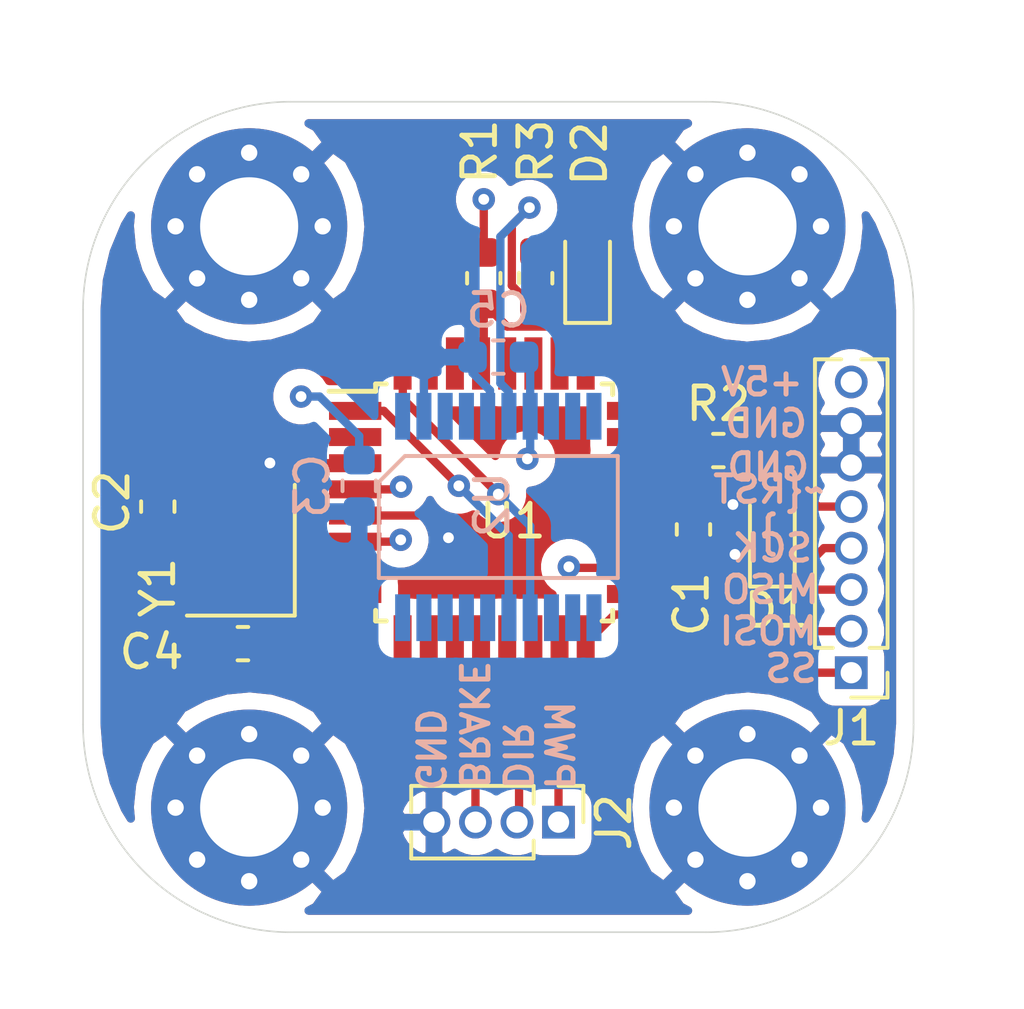
<source format=kicad_pcb>
(kicad_pcb (version 20171130) (host pcbnew "(5.1.6)-1")

  (general
    (thickness 1.6)
    (drawings 20)
    (tracks 121)
    (zones 0)
    (modules 19)
    (nets 19)
  )

  (page A4)
  (layers
    (0 F.Cu signal)
    (1 In1.Cu power)
    (2 In2.Cu power)
    (31 B.Cu signal)
    (32 B.Adhes user)
    (33 F.Adhes user)
    (34 B.Paste user hide)
    (35 F.Paste user hide)
    (36 B.SilkS user)
    (37 F.SilkS user)
    (38 B.Mask user)
    (39 F.Mask user hide)
    (40 Dwgs.User user)
    (41 Cmts.User user)
    (42 Eco1.User user)
    (43 Eco2.User user)
    (44 Edge.Cuts user)
    (45 Margin user)
    (46 B.CrtYd user)
    (47 F.CrtYd user)
    (48 B.Fab user hide)
    (49 F.Fab user hide)
  )

  (setup
    (last_trace_width 0.254)
    (user_trace_width 0.095)
    (user_trace_width 0.127)
    (user_trace_width 0.254)
    (user_trace_width 0.508)
    (user_trace_width 0.762)
    (trace_clearance 0.127)
    (zone_clearance 0.508)
    (zone_45_only no)
    (trace_min 0.0889)
    (via_size 0.6858)
    (via_drill 0.3302)
    (via_min_size 0.45)
    (via_min_drill 0.2)
    (user_via 0.6858 0.3302)
    (user_via 0.889 0.381)
    (uvia_size 0.6858)
    (uvia_drill 0.3302)
    (uvias_allowed no)
    (uvia_min_size 0.2)
    (uvia_min_drill 0.1)
    (edge_width 0.0381)
    (segment_width 0.254)
    (pcb_text_width 0.3048)
    (pcb_text_size 1.524 1.524)
    (mod_edge_width 0.1524)
    (mod_text_size 0.8128 0.8128)
    (mod_text_width 0.1524)
    (pad_size 6.000001 6.000001)
    (pad_drill 2.999999)
    (pad_to_mask_clearance 0)
    (solder_mask_min_width 0.1016)
    (aux_axis_origin 0 0)
    (visible_elements FFFFFF7F)
    (pcbplotparams
      (layerselection 0x010fc_ffffffff)
      (usegerberextensions false)
      (usegerberattributes true)
      (usegerberadvancedattributes true)
      (creategerberjobfile true)
      (excludeedgelayer true)
      (linewidth 0.100000)
      (plotframeref false)
      (viasonmask false)
      (mode 1)
      (useauxorigin false)
      (hpglpennumber 1)
      (hpglpenspeed 20)
      (hpglpendiameter 15.000000)
      (psnegative false)
      (psa4output false)
      (plotreference true)
      (plotvalue true)
      (plotinvisibletext false)
      (padsonsilk false)
      (subtractmaskfromsilk false)
      (outputformat 1)
      (mirror false)
      (drillshape 1)
      (scaleselection 1)
      (outputdirectory ""))
  )

  (net 0 "")
  (net 1 GND)
  (net 2 +5V)
  (net 3 "Net-(D1-Pad2)")
  (net 4 "Net-(D2-Pad2)")
  (net 5 ~RST)
  (net 6 "Net-(R2-Pad1)")
  (net 7 "Net-(R3-Pad1)")
  (net 8 INT0)
  (net 9 SCK)
  (net 10 MISO)
  (net 11 MOSI)
  (net 12 SS)
  (net 13 PWM)
  (net 14 DIR)
  (net 15 BRAKE)
  (net 16 /XTAL2)
  (net 17 /XTAL1)
  (net 18 INT1)

  (net_class Default "This is the default net class."
    (clearance 0.127)
    (trace_width 0.254)
    (via_dia 0.6858)
    (via_drill 0.3302)
    (uvia_dia 0.6858)
    (uvia_drill 0.3302)
    (diff_pair_width 0.1524)
    (diff_pair_gap 0.254)
    (add_net +5V)
    (add_net /XTAL1)
    (add_net /XTAL2)
    (add_net BRAKE)
    (add_net DIR)
    (add_net GND)
    (add_net INT0)
    (add_net INT1)
    (add_net MISO)
    (add_net MOSI)
    (add_net "Net-(D1-Pad2)")
    (add_net "Net-(D2-Pad2)")
    (add_net "Net-(R2-Pad1)")
    (add_net "Net-(R3-Pad1)")
    (add_net PWM)
    (add_net SCK)
    (add_net SS)
    (add_net ~RST)
  )

  (module Crystal:Crystal_SMD_3225-4Pin_3.2x2.5mm (layer F.Cu) (tedit 5A0FD1B2) (tstamp 60018A69)
    (at 106.426 89.916 90)
    (descr "SMD Crystal SERIES SMD3225/4 http://www.txccrystal.com/images/pdf/7m-accuracy.pdf, 3.2x2.5mm^2 package")
    (tags "SMD SMT crystal")
    (path /6001B460)
    (attr smd)
    (fp_text reference Y1 (at -1.143 -2.54 90) (layer F.SilkS)
      (effects (font (size 1 1) (thickness 0.15)))
    )
    (fp_text value 16MHz (at 0 2.45 90) (layer F.Fab)
      (effects (font (size 1 1) (thickness 0.15)))
    )
    (fp_text user %R (at 0 0 90) (layer F.Fab)
      (effects (font (size 0.7 0.7) (thickness 0.105)))
    )
    (fp_line (start -1.6 -1.25) (end -1.6 1.25) (layer F.Fab) (width 0.1))
    (fp_line (start -1.6 1.25) (end 1.6 1.25) (layer F.Fab) (width 0.1))
    (fp_line (start 1.6 1.25) (end 1.6 -1.25) (layer F.Fab) (width 0.1))
    (fp_line (start 1.6 -1.25) (end -1.6 -1.25) (layer F.Fab) (width 0.1))
    (fp_line (start -1.6 0.25) (end -0.6 1.25) (layer F.Fab) (width 0.1))
    (fp_line (start -2 -1.65) (end -2 1.65) (layer F.SilkS) (width 0.12))
    (fp_line (start -2 1.65) (end 2 1.65) (layer F.SilkS) (width 0.12))
    (fp_line (start -2.1 -1.7) (end -2.1 1.7) (layer F.CrtYd) (width 0.05))
    (fp_line (start -2.1 1.7) (end 2.1 1.7) (layer F.CrtYd) (width 0.05))
    (fp_line (start 2.1 1.7) (end 2.1 -1.7) (layer F.CrtYd) (width 0.05))
    (fp_line (start 2.1 -1.7) (end -2.1 -1.7) (layer F.CrtYd) (width 0.05))
    (pad 4 smd rect (at -1.1 -0.85 90) (size 1.4 1.2) (layers F.Cu F.Paste F.Mask)
      (net 1 GND))
    (pad 3 smd rect (at 1.1 -0.85 90) (size 1.4 1.2) (layers F.Cu F.Paste F.Mask)
      (net 17 /XTAL1))
    (pad 2 smd rect (at 1.1 0.85 90) (size 1.4 1.2) (layers F.Cu F.Paste F.Mask)
      (net 1 GND))
    (pad 1 smd rect (at -1.1 0.85 90) (size 1.4 1.2) (layers F.Cu F.Paste F.Mask)
      (net 16 /XTAL2))
    (model ${KISYS3DMOD}/Crystal.3dshapes/Crystal_SMD_3225-4Pin_3.2x2.5mm.wrl
      (at (xyz 0 0 0))
      (scale (xyz 1 1 1))
      (rotate (xyz 0 0 0))
    )
  )

  (module Connector_PinHeader_1.27mm:PinHeader_1x04_P1.27mm_Vertical (layer F.Cu) (tedit 59FED6E3) (tstamp 6001A01E)
    (at 116.1415 98.2345 270)
    (descr "Through hole straight pin header, 1x04, 1.27mm pitch, single row")
    (tags "Through hole pin header THT 1x04 1.27mm single row")
    (path /60162556)
    (fp_text reference J2 (at 0 -1.695 90) (layer F.SilkS)
      (effects (font (size 1 1) (thickness 0.15)))
    )
    (fp_text value Conn_01x04_Female (at 0 5.505 90) (layer F.Fab)
      (effects (font (size 1 1) (thickness 0.15)))
    )
    (fp_text user %R (at 0 1.905) (layer F.Fab)
      (effects (font (size 1 1) (thickness 0.15)))
    )
    (fp_line (start -0.525 -0.635) (end 1.05 -0.635) (layer F.Fab) (width 0.1))
    (fp_line (start 1.05 -0.635) (end 1.05 4.445) (layer F.Fab) (width 0.1))
    (fp_line (start 1.05 4.445) (end -1.05 4.445) (layer F.Fab) (width 0.1))
    (fp_line (start -1.05 4.445) (end -1.05 -0.11) (layer F.Fab) (width 0.1))
    (fp_line (start -1.05 -0.11) (end -0.525 -0.635) (layer F.Fab) (width 0.1))
    (fp_line (start -1.11 4.505) (end -0.30753 4.505) (layer F.SilkS) (width 0.12))
    (fp_line (start 0.30753 4.505) (end 1.11 4.505) (layer F.SilkS) (width 0.12))
    (fp_line (start -1.11 0.76) (end -1.11 4.505) (layer F.SilkS) (width 0.12))
    (fp_line (start 1.11 0.76) (end 1.11 4.505) (layer F.SilkS) (width 0.12))
    (fp_line (start -1.11 0.76) (end -0.563471 0.76) (layer F.SilkS) (width 0.12))
    (fp_line (start 0.563471 0.76) (end 1.11 0.76) (layer F.SilkS) (width 0.12))
    (fp_line (start -1.11 0) (end -1.11 -0.76) (layer F.SilkS) (width 0.12))
    (fp_line (start -1.11 -0.76) (end 0 -0.76) (layer F.SilkS) (width 0.12))
    (fp_line (start -1.55 -1.15) (end -1.55 4.95) (layer F.CrtYd) (width 0.05))
    (fp_line (start -1.55 4.95) (end 1.55 4.95) (layer F.CrtYd) (width 0.05))
    (fp_line (start 1.55 4.95) (end 1.55 -1.15) (layer F.CrtYd) (width 0.05))
    (fp_line (start 1.55 -1.15) (end -1.55 -1.15) (layer F.CrtYd) (width 0.05))
    (pad 4 thru_hole oval (at 0 3.81 270) (size 1 1) (drill 0.65) (layers *.Cu *.Mask)
      (net 1 GND))
    (pad 3 thru_hole oval (at 0 2.54 270) (size 1 1) (drill 0.65) (layers *.Cu *.Mask)
      (net 15 BRAKE))
    (pad 2 thru_hole oval (at 0 1.27 270) (size 1 1) (drill 0.65) (layers *.Cu *.Mask)
      (net 14 DIR))
    (pad 1 thru_hole rect (at 0 0 270) (size 1 1) (drill 0.65) (layers *.Cu *.Mask)
      (net 13 PWM))
    (model ${KISYS3DMOD}/Connector_PinHeader_1.27mm.3dshapes/PinHeader_1x04_P1.27mm_Vertical.wrl
      (at (xyz 0 0 0))
      (scale (xyz 1 1 1))
      (rotate (xyz 0 0 0))
    )
  )

  (module Connector_PinHeader_1.27mm:PinHeader_1x08_P1.27mm_Vertical (layer F.Cu) (tedit 59FED6E3) (tstamp 6001A004)
    (at 125.095 93.6625 180)
    (descr "Through hole straight pin header, 1x08, 1.27mm pitch, single row")
    (tags "Through hole pin header THT 1x08 1.27mm single row")
    (path /6015C3B5)
    (fp_text reference J1 (at 0 -1.695) (layer F.SilkS)
      (effects (font (size 1 1) (thickness 0.15)))
    )
    (fp_text value Conn_01x08_Female (at 0 10.585) (layer F.Fab)
      (effects (font (size 1 1) (thickness 0.15)))
    )
    (fp_text user %R (at 0 4.445 90) (layer F.Fab)
      (effects (font (size 1 1) (thickness 0.15)))
    )
    (fp_line (start -0.525 -0.635) (end 1.05 -0.635) (layer F.Fab) (width 0.1))
    (fp_line (start 1.05 -0.635) (end 1.05 9.525) (layer F.Fab) (width 0.1))
    (fp_line (start 1.05 9.525) (end -1.05 9.525) (layer F.Fab) (width 0.1))
    (fp_line (start -1.05 9.525) (end -1.05 -0.11) (layer F.Fab) (width 0.1))
    (fp_line (start -1.05 -0.11) (end -0.525 -0.635) (layer F.Fab) (width 0.1))
    (fp_line (start -1.11 9.585) (end -0.30753 9.585) (layer F.SilkS) (width 0.12))
    (fp_line (start 0.30753 9.585) (end 1.11 9.585) (layer F.SilkS) (width 0.12))
    (fp_line (start -1.11 0.76) (end -1.11 9.585) (layer F.SilkS) (width 0.12))
    (fp_line (start 1.11 0.76) (end 1.11 9.585) (layer F.SilkS) (width 0.12))
    (fp_line (start -1.11 0.76) (end -0.563471 0.76) (layer F.SilkS) (width 0.12))
    (fp_line (start 0.563471 0.76) (end 1.11 0.76) (layer F.SilkS) (width 0.12))
    (fp_line (start -1.11 0) (end -1.11 -0.76) (layer F.SilkS) (width 0.12))
    (fp_line (start -1.11 -0.76) (end 0 -0.76) (layer F.SilkS) (width 0.12))
    (fp_line (start -1.55 -1.15) (end -1.55 10.05) (layer F.CrtYd) (width 0.05))
    (fp_line (start -1.55 10.05) (end 1.55 10.05) (layer F.CrtYd) (width 0.05))
    (fp_line (start 1.55 10.05) (end 1.55 -1.15) (layer F.CrtYd) (width 0.05))
    (fp_line (start 1.55 -1.15) (end -1.55 -1.15) (layer F.CrtYd) (width 0.05))
    (pad 8 thru_hole oval (at 0 8.89 180) (size 1 1) (drill 0.65) (layers *.Cu *.Mask)
      (net 2 +5V))
    (pad 7 thru_hole oval (at 0 7.62 180) (size 1 1) (drill 0.65) (layers *.Cu *.Mask)
      (net 1 GND))
    (pad 6 thru_hole oval (at 0 6.35 180) (size 1 1) (drill 0.65) (layers *.Cu *.Mask)
      (net 1 GND))
    (pad 5 thru_hole oval (at 0 5.08 180) (size 1 1) (drill 0.65) (layers *.Cu *.Mask)
      (net 5 ~RST))
    (pad 4 thru_hole oval (at 0 3.81 180) (size 1 1) (drill 0.65) (layers *.Cu *.Mask)
      (net 9 SCK))
    (pad 3 thru_hole oval (at 0 2.54 180) (size 1 1) (drill 0.65) (layers *.Cu *.Mask)
      (net 10 MISO))
    (pad 2 thru_hole oval (at 0 1.27 180) (size 1 1) (drill 0.65) (layers *.Cu *.Mask)
      (net 11 MOSI))
    (pad 1 thru_hole rect (at 0 0 180) (size 1 1) (drill 0.65) (layers *.Cu *.Mask)
      (net 12 SS))
    (model ${KISYS3DMOD}/Connector_PinHeader_1.27mm.3dshapes/PinHeader_1x08_P1.27mm_Vertical.wrl
      (at (xyz 0 0 0))
      (scale (xyz 1 1 1))
      (rotate (xyz 0 0 0))
    )
  )

  (module MountingHole:MountingHole_3mm_Pad_Via (layer F.Cu) (tedit 56DDBED4) (tstamp 60019FE6)
    (at 106.68 97.79)
    (descr "Mounting Hole 3mm")
    (tags "mounting hole 3mm")
    (path /601900C5)
    (attr virtual)
    (fp_text reference H4 (at 0 -4) (layer F.SilkS) hide
      (effects (font (size 1 1) (thickness 0.15)))
    )
    (fp_text value MountingHole_Pad (at 0 4) (layer F.Fab)
      (effects (font (size 1 1) (thickness 0.15)))
    )
    (fp_text user %R (at 0.3 0) (layer F.Fab)
      (effects (font (size 1 1) (thickness 0.15)))
    )
    (fp_circle (center 0 0) (end 3 0) (layer Cmts.User) (width 0.15))
    (fp_circle (center 0 0) (end 3.25 0) (layer F.CrtYd) (width 0.05))
    (pad 1 thru_hole circle (at 1.59099 -1.59099) (size 0.8 0.8) (drill 0.5) (layers *.Cu *.Mask)
      (net 1 GND))
    (pad 1 thru_hole circle (at 0 -2.25) (size 0.8 0.8) (drill 0.5) (layers *.Cu *.Mask)
      (net 1 GND))
    (pad 1 thru_hole circle (at -1.59099 -1.59099) (size 0.8 0.8) (drill 0.5) (layers *.Cu *.Mask)
      (net 1 GND))
    (pad 1 thru_hole circle (at -2.25 0) (size 0.8 0.8) (drill 0.5) (layers *.Cu *.Mask)
      (net 1 GND))
    (pad 1 thru_hole circle (at -1.59099 1.59099) (size 0.8 0.8) (drill 0.5) (layers *.Cu *.Mask)
      (net 1 GND))
    (pad 1 thru_hole circle (at 0 2.25) (size 0.8 0.8) (drill 0.5) (layers *.Cu *.Mask)
      (net 1 GND))
    (pad 1 thru_hole circle (at 1.59099 1.59099) (size 0.8 0.8) (drill 0.5) (layers *.Cu *.Mask)
      (net 1 GND))
    (pad 1 thru_hole circle (at 2.25 0) (size 0.8 0.8) (drill 0.5) (layers *.Cu *.Mask)
      (net 1 GND))
    (pad 1 thru_hole circle (at 0 0) (size 6 6) (drill 3) (layers *.Cu *.Mask)
      (net 1 GND))
  )

  (module MountingHole:MountingHole_3mm_Pad_Via (layer F.Cu) (tedit 56DDBED4) (tstamp 60019FD6)
    (at 121.92 80.01)
    (descr "Mounting Hole 3mm")
    (tags "mounting hole 3mm")
    (path /6018F510)
    (attr virtual)
    (fp_text reference H3 (at 0 -4) (layer F.SilkS) hide
      (effects (font (size 1 1) (thickness 0.15)))
    )
    (fp_text value MountingHole_Pad (at 0 4) (layer F.Fab)
      (effects (font (size 1 1) (thickness 0.15)))
    )
    (fp_text user %R (at 0.3 0) (layer F.Fab)
      (effects (font (size 1 1) (thickness 0.15)))
    )
    (fp_circle (center 0 0) (end 3 0) (layer Cmts.User) (width 0.15))
    (fp_circle (center 0 0) (end 3.25 0) (layer F.CrtYd) (width 0.05))
    (pad 1 thru_hole circle (at 1.59099 -1.59099) (size 0.8 0.8) (drill 0.5) (layers *.Cu *.Mask)
      (net 1 GND))
    (pad 1 thru_hole circle (at 0 -2.25) (size 0.8 0.8) (drill 0.5) (layers *.Cu *.Mask)
      (net 1 GND))
    (pad 1 thru_hole circle (at -1.59099 -1.59099) (size 0.8 0.8) (drill 0.5) (layers *.Cu *.Mask)
      (net 1 GND))
    (pad 1 thru_hole circle (at -2.25 0) (size 0.8 0.8) (drill 0.5) (layers *.Cu *.Mask)
      (net 1 GND))
    (pad 1 thru_hole circle (at -1.59099 1.59099) (size 0.8 0.8) (drill 0.5) (layers *.Cu *.Mask)
      (net 1 GND))
    (pad 1 thru_hole circle (at 0 2.25) (size 0.8 0.8) (drill 0.5) (layers *.Cu *.Mask)
      (net 1 GND))
    (pad 1 thru_hole circle (at 1.59099 1.59099) (size 0.8 0.8) (drill 0.5) (layers *.Cu *.Mask)
      (net 1 GND))
    (pad 1 thru_hole circle (at 2.25 0) (size 0.8 0.8) (drill 0.5) (layers *.Cu *.Mask)
      (net 1 GND))
    (pad 1 thru_hole circle (at 0 0) (size 6 6) (drill 3) (layers *.Cu *.Mask)
      (net 1 GND))
  )

  (module MountingHole:MountingHole_3mm_Pad_Via (layer F.Cu) (tedit 56DDBED4) (tstamp 60019FC6)
    (at 121.92 97.79)
    (descr "Mounting Hole 3mm")
    (tags "mounting hole 3mm")
    (path /6018F7D4)
    (attr virtual)
    (fp_text reference H2 (at 0 -4) (layer F.SilkS) hide
      (effects (font (size 1 1) (thickness 0.15)))
    )
    (fp_text value MountingHole_Pad (at 0 4) (layer F.Fab)
      (effects (font (size 1 1) (thickness 0.15)))
    )
    (fp_text user %R (at 0.3 0) (layer F.Fab)
      (effects (font (size 1 1) (thickness 0.15)))
    )
    (fp_circle (center 0 0) (end 3 0) (layer Cmts.User) (width 0.15))
    (fp_circle (center 0 0) (end 3.25 0) (layer F.CrtYd) (width 0.05))
    (pad 1 thru_hole circle (at 1.59099 -1.59099) (size 0.8 0.8) (drill 0.5) (layers *.Cu *.Mask)
      (net 1 GND))
    (pad 1 thru_hole circle (at 0 -2.25) (size 0.8 0.8) (drill 0.5) (layers *.Cu *.Mask)
      (net 1 GND))
    (pad 1 thru_hole circle (at -1.59099 -1.59099) (size 0.8 0.8) (drill 0.5) (layers *.Cu *.Mask)
      (net 1 GND))
    (pad 1 thru_hole circle (at -2.25 0) (size 0.8 0.8) (drill 0.5) (layers *.Cu *.Mask)
      (net 1 GND))
    (pad 1 thru_hole circle (at -1.59099 1.59099) (size 0.8 0.8) (drill 0.5) (layers *.Cu *.Mask)
      (net 1 GND))
    (pad 1 thru_hole circle (at 0 2.25) (size 0.8 0.8) (drill 0.5) (layers *.Cu *.Mask)
      (net 1 GND))
    (pad 1 thru_hole circle (at 1.59099 1.59099) (size 0.8 0.8) (drill 0.5) (layers *.Cu *.Mask)
      (net 1 GND))
    (pad 1 thru_hole circle (at 2.25 0) (size 0.8 0.8) (drill 0.5) (layers *.Cu *.Mask)
      (net 1 GND))
    (pad 1 thru_hole circle (at 0 0) (size 6 6) (drill 3) (layers *.Cu *.Mask)
      (net 1 GND))
  )

  (module MountingHole:MountingHole_3mm_Pad_Via (layer F.Cu) (tedit 56DDBED4) (tstamp 60019FB6)
    (at 106.68 80.01)
    (descr "Mounting Hole 3mm")
    (tags "mounting hole 3mm")
    (path /6018D841)
    (attr virtual)
    (fp_text reference H1 (at 0 -4) (layer F.SilkS) hide
      (effects (font (size 1 1) (thickness 0.15)))
    )
    (fp_text value MountingHole_Pad (at 0 4) (layer F.Fab)
      (effects (font (size 1 1) (thickness 0.15)))
    )
    (fp_text user %R (at 0.3 0) (layer F.Fab)
      (effects (font (size 1 1) (thickness 0.15)))
    )
    (fp_circle (center 0 0) (end 3 0) (layer Cmts.User) (width 0.15))
    (fp_circle (center 0 0) (end 3.25 0) (layer F.CrtYd) (width 0.05))
    (pad 1 thru_hole circle (at 1.59099 -1.59099) (size 0.8 0.8) (drill 0.5) (layers *.Cu *.Mask)
      (net 1 GND))
    (pad 1 thru_hole circle (at 0 -2.25) (size 0.8 0.8) (drill 0.5) (layers *.Cu *.Mask)
      (net 1 GND))
    (pad 1 thru_hole circle (at -1.59099 -1.59099) (size 0.8 0.8) (drill 0.5) (layers *.Cu *.Mask)
      (net 1 GND))
    (pad 1 thru_hole circle (at -2.25 0) (size 0.8 0.8) (drill 0.5) (layers *.Cu *.Mask)
      (net 1 GND))
    (pad 1 thru_hole circle (at -1.59099 1.59099) (size 0.8 0.8) (drill 0.5) (layers *.Cu *.Mask)
      (net 1 GND))
    (pad 1 thru_hole circle (at 0 2.25) (size 0.8 0.8) (drill 0.5) (layers *.Cu *.Mask)
      (net 1 GND))
    (pad 1 thru_hole circle (at 1.59099 1.59099) (size 0.8 0.8) (drill 0.5) (layers *.Cu *.Mask)
      (net 1 GND))
    (pad 1 thru_hole circle (at 2.25 0) (size 0.8 0.8) (drill 0.5) (layers *.Cu *.Mask)
      (net 1 GND))
    (pad 1 thru_hole circle (at 0 0) (size 6 6) (drill 3) (layers *.Cu *.Mask)
      (net 1 GND))
  )

  (module MotorSpeedController:SOIC-20 (layer B.Cu) (tedit 0) (tstamp 600188BD)
    (at 114.3 88.9)
    (path /60101634)
    (attr smd)
    (fp_text reference U2 (at -0.1905 -0.381 -90) (layer B.SilkS)
      (effects (font (size 1 1) (thickness 0.15)) (justify mirror))
    )
    (fp_text value AS5134 (at 0 0) (layer B.Fab)
      (effects (font (size 1 1) (thickness 0.15)) (justify mirror))
    )
    (fp_line (start -2.855 -1.865) (end -3.655 -1.065) (layer B.SilkS) (width 0.12))
    (fp_line (start -3.655 -1.065) (end -3.655 1.865) (layer B.SilkS) (width 0.12))
    (fp_line (start -3.655 1.865) (end 3.655 1.865) (layer B.SilkS) (width 0.12))
    (fp_line (start 3.655 1.865) (end 3.655 -1.865) (layer B.SilkS) (width 0.12))
    (fp_line (start 3.655 -1.865) (end -2.855 -1.865) (layer B.SilkS) (width 0.12))
    (fp_line (start -3.41 4.05) (end 3.41 4.05) (layer B.CrtYd) (width 0.05))
    (fp_line (start 3.41 4.05) (end 3.41 -4.05) (layer B.CrtYd) (width 0.05))
    (fp_line (start 3.41 -4.05) (end -3.41 -4.05) (layer B.CrtYd) (width 0.05))
    (fp_line (start -3.41 -4.05) (end -3.41 4.05) (layer B.CrtYd) (width 0.05))
    (pad 10 smd rect (at 2.925 -3.08) (size 0.46 1.43) (layers B.Cu B.Paste B.Mask))
    (pad 11 smd rect (at 2.925 3.08) (size 0.46 1.43) (layers B.Cu B.Paste B.Mask))
    (pad 9 smd rect (at 2.275 -3.08) (size 0.46 1.43) (layers B.Cu B.Paste B.Mask))
    (pad 12 smd rect (at 2.275 3.08) (size 0.46 1.43) (layers B.Cu B.Paste B.Mask))
    (pad 8 smd rect (at 1.625 -3.08) (size 0.46 1.43) (layers B.Cu B.Paste B.Mask))
    (pad 13 smd rect (at 1.625 3.08) (size 0.46 1.43) (layers B.Cu B.Paste B.Mask))
    (pad 7 smd rect (at 0.975 -3.08) (size 0.46 1.43) (layers B.Cu B.Paste B.Mask)
      (net 2 +5V))
    (pad 14 smd rect (at 0.975 3.08) (size 0.46 1.43) (layers B.Cu B.Paste B.Mask)
      (net 8 INT0))
    (pad 6 smd rect (at 0.325 -3.08) (size 0.46 1.43) (layers B.Cu B.Paste B.Mask)
      (net 7 "Net-(R3-Pad1)"))
    (pad 15 smd rect (at 0.325 3.08) (size 0.46 1.43) (layers B.Cu B.Paste B.Mask)
      (net 18 INT1))
    (pad 5 smd rect (at -0.325 -3.08) (size 0.46 1.43) (layers B.Cu B.Paste B.Mask)
      (net 1 GND))
    (pad 16 smd rect (at -0.325 3.08) (size 0.46 1.43) (layers B.Cu B.Paste B.Mask))
    (pad 4 smd rect (at -0.975 -3.08) (size 0.46 1.43) (layers B.Cu B.Paste B.Mask))
    (pad 17 smd rect (at -0.975 3.08) (size 0.46 1.43) (layers B.Cu B.Paste B.Mask))
    (pad 3 smd rect (at -1.625 -3.08) (size 0.46 1.43) (layers B.Cu B.Paste B.Mask))
    (pad 18 smd rect (at -1.625 3.08) (size 0.46 1.43) (layers B.Cu B.Paste B.Mask))
    (pad 2 smd rect (at -2.275 -3.08) (size 0.46 1.43) (layers B.Cu B.Paste B.Mask)
      (net 1 GND))
    (pad 19 smd rect (at -2.275 3.08) (size 0.46 1.43) (layers B.Cu B.Paste B.Mask))
    (pad 1 smd rect (at -2.925 -3.08) (size 0.46 1.43) (layers B.Cu B.Paste B.Mask))
    (pad 20 smd rect (at -2.925 3.08) (size 0.46 1.43) (layers B.Cu B.Paste B.Mask))
  )

  (module Package_QFP:TQFP-32_7x7mm_P0.8mm (layer F.Cu) (tedit 5A02F146) (tstamp 600186EC)
    (at 114.173 88.4555)
    (descr "32-Lead Plastic Thin Quad Flatpack (PT) - 7x7x1.0 mm Body, 2.00 mm [TQFP] (see Microchip Packaging Specification 00000049BS.pdf)")
    (tags "QFP 0.8")
    (path /6008DFAE)
    (attr smd)
    (fp_text reference U1 (at 0.5715 0.5715) (layer F.SilkS)
      (effects (font (size 1 1) (thickness 0.15)))
    )
    (fp_text value ATmega328P-AU (at 0 6.05) (layer F.Fab)
      (effects (font (size 1 1) (thickness 0.15)))
    )
    (fp_text user %R (at 0 0) (layer F.Fab)
      (effects (font (size 1 1) (thickness 0.15)))
    )
    (fp_line (start -2.5 -3.5) (end 3.5 -3.5) (layer F.Fab) (width 0.15))
    (fp_line (start 3.5 -3.5) (end 3.5 3.5) (layer F.Fab) (width 0.15))
    (fp_line (start 3.5 3.5) (end -3.5 3.5) (layer F.Fab) (width 0.15))
    (fp_line (start -3.5 3.5) (end -3.5 -2.5) (layer F.Fab) (width 0.15))
    (fp_line (start -3.5 -2.5) (end -2.5 -3.5) (layer F.Fab) (width 0.15))
    (fp_line (start -5.3 -5.3) (end -5.3 5.3) (layer F.CrtYd) (width 0.05))
    (fp_line (start 5.3 -5.3) (end 5.3 5.3) (layer F.CrtYd) (width 0.05))
    (fp_line (start -5.3 -5.3) (end 5.3 -5.3) (layer F.CrtYd) (width 0.05))
    (fp_line (start -5.3 5.3) (end 5.3 5.3) (layer F.CrtYd) (width 0.05))
    (fp_line (start -3.625 -3.625) (end -3.625 -3.4) (layer F.SilkS) (width 0.15))
    (fp_line (start 3.625 -3.625) (end 3.625 -3.3) (layer F.SilkS) (width 0.15))
    (fp_line (start 3.625 3.625) (end 3.625 3.3) (layer F.SilkS) (width 0.15))
    (fp_line (start -3.625 3.625) (end -3.625 3.3) (layer F.SilkS) (width 0.15))
    (fp_line (start -3.625 -3.625) (end -3.3 -3.625) (layer F.SilkS) (width 0.15))
    (fp_line (start -3.625 3.625) (end -3.3 3.625) (layer F.SilkS) (width 0.15))
    (fp_line (start 3.625 3.625) (end 3.3 3.625) (layer F.SilkS) (width 0.15))
    (fp_line (start 3.625 -3.625) (end 3.3 -3.625) (layer F.SilkS) (width 0.15))
    (fp_line (start -3.625 -3.4) (end -5.05 -3.4) (layer F.SilkS) (width 0.15))
    (pad 32 smd rect (at -2.8 -4.25 90) (size 1.6 0.55) (layers F.Cu F.Paste F.Mask)
      (net 8 INT0))
    (pad 31 smd rect (at -2 -4.25 90) (size 1.6 0.55) (layers F.Cu F.Paste F.Mask))
    (pad 30 smd rect (at -1.2 -4.25 90) (size 1.6 0.55) (layers F.Cu F.Paste F.Mask))
    (pad 29 smd rect (at -0.4 -4.25 90) (size 1.6 0.55) (layers F.Cu F.Paste F.Mask)
      (net 5 ~RST))
    (pad 28 smd rect (at 0.4 -4.25 90) (size 1.6 0.55) (layers F.Cu F.Paste F.Mask))
    (pad 27 smd rect (at 1.2 -4.25 90) (size 1.6 0.55) (layers F.Cu F.Paste F.Mask))
    (pad 26 smd rect (at 2 -4.25 90) (size 1.6 0.55) (layers F.Cu F.Paste F.Mask))
    (pad 25 smd rect (at 2.8 -4.25 90) (size 1.6 0.55) (layers F.Cu F.Paste F.Mask))
    (pad 24 smd rect (at 4.25 -2.8) (size 1.6 0.55) (layers F.Cu F.Paste F.Mask))
    (pad 23 smd rect (at 4.25 -2) (size 1.6 0.55) (layers F.Cu F.Paste F.Mask)
      (net 6 "Net-(R2-Pad1)"))
    (pad 22 smd rect (at 4.25 -1.2) (size 1.6 0.55) (layers F.Cu F.Paste F.Mask))
    (pad 21 smd rect (at 4.25 -0.4) (size 1.6 0.55) (layers F.Cu F.Paste F.Mask)
      (net 1 GND))
    (pad 20 smd rect (at 4.25 0.4) (size 1.6 0.55) (layers F.Cu F.Paste F.Mask))
    (pad 19 smd rect (at 4.25 1.2) (size 1.6 0.55) (layers F.Cu F.Paste F.Mask))
    (pad 18 smd rect (at 4.25 2) (size 1.6 0.55) (layers F.Cu F.Paste F.Mask)
      (net 2 +5V))
    (pad 17 smd rect (at 4.25 2.8) (size 1.6 0.55) (layers F.Cu F.Paste F.Mask)
      (net 9 SCK))
    (pad 16 smd rect (at 2.8 4.25 90) (size 1.6 0.55) (layers F.Cu F.Paste F.Mask)
      (net 10 MISO))
    (pad 15 smd rect (at 2 4.25 90) (size 1.6 0.55) (layers F.Cu F.Paste F.Mask)
      (net 11 MOSI))
    (pad 14 smd rect (at 1.2 4.25 90) (size 1.6 0.55) (layers F.Cu F.Paste F.Mask)
      (net 12 SS))
    (pad 13 smd rect (at 0.4 4.25 90) (size 1.6 0.55) (layers F.Cu F.Paste F.Mask)
      (net 13 PWM))
    (pad 12 smd rect (at -0.4 4.25 90) (size 1.6 0.55) (layers F.Cu F.Paste F.Mask)
      (net 14 DIR))
    (pad 11 smd rect (at -1.2 4.25 90) (size 1.6 0.55) (layers F.Cu F.Paste F.Mask)
      (net 15 BRAKE))
    (pad 10 smd rect (at -2 4.25 90) (size 1.6 0.55) (layers F.Cu F.Paste F.Mask))
    (pad 9 smd rect (at -2.8 4.25 90) (size 1.6 0.55) (layers F.Cu F.Paste F.Mask))
    (pad 8 smd rect (at -4.25 2.8) (size 1.6 0.55) (layers F.Cu F.Paste F.Mask)
      (net 16 /XTAL2))
    (pad 7 smd rect (at -4.25 2) (size 1.6 0.55) (layers F.Cu F.Paste F.Mask)
      (net 17 /XTAL1))
    (pad 6 smd rect (at -4.25 1.2) (size 1.6 0.55) (layers F.Cu F.Paste F.Mask)
      (net 2 +5V))
    (pad 5 smd rect (at -4.25 0.4) (size 1.6 0.55) (layers F.Cu F.Paste F.Mask)
      (net 1 GND))
    (pad 4 smd rect (at -4.25 -0.4) (size 1.6 0.55) (layers F.Cu F.Paste F.Mask)
      (net 2 +5V))
    (pad 3 smd rect (at -4.25 -1.2) (size 1.6 0.55) (layers F.Cu F.Paste F.Mask)
      (net 1 GND))
    (pad 2 smd rect (at -4.25 -2) (size 1.6 0.55) (layers F.Cu F.Paste F.Mask))
    (pad 1 smd rect (at -4.25 -2.8) (size 1.6 0.55) (layers F.Cu F.Paste F.Mask)
      (net 18 INT1))
    (model ${KISYS3DMOD}/Package_QFP.3dshapes/TQFP-32_7x7mm_P0.8mm.wrl
      (at (xyz 0 0 0))
      (scale (xyz 1 1 1))
      (rotate (xyz 0 0 0))
    )
  )

  (module Resistor_SMD:R_0603_1608Metric (layer F.Cu) (tedit 5B301BBD) (tstamp 600186B5)
    (at 115.443 81.5975 90)
    (descr "Resistor SMD 0603 (1608 Metric), square (rectangular) end terminal, IPC_7351 nominal, (Body size source: http://www.tortai-tech.com/upload/download/2011102023233369053.pdf), generated with kicad-footprint-generator")
    (tags resistor)
    (path /60113CC0)
    (attr smd)
    (fp_text reference R3 (at 3.8735 0 90) (layer F.SilkS)
      (effects (font (size 1 1) (thickness 0.15)))
    )
    (fp_text value 10k (at 0 1.43 90) (layer F.Fab)
      (effects (font (size 1 1) (thickness 0.15)))
    )
    (fp_text user %R (at 0 0 90) (layer F.Fab)
      (effects (font (size 0.4 0.4) (thickness 0.06)))
    )
    (fp_line (start -0.8 0.4) (end -0.8 -0.4) (layer F.Fab) (width 0.1))
    (fp_line (start -0.8 -0.4) (end 0.8 -0.4) (layer F.Fab) (width 0.1))
    (fp_line (start 0.8 -0.4) (end 0.8 0.4) (layer F.Fab) (width 0.1))
    (fp_line (start 0.8 0.4) (end -0.8 0.4) (layer F.Fab) (width 0.1))
    (fp_line (start -0.162779 -0.51) (end 0.162779 -0.51) (layer F.SilkS) (width 0.12))
    (fp_line (start -0.162779 0.51) (end 0.162779 0.51) (layer F.SilkS) (width 0.12))
    (fp_line (start -1.48 0.73) (end -1.48 -0.73) (layer F.CrtYd) (width 0.05))
    (fp_line (start -1.48 -0.73) (end 1.48 -0.73) (layer F.CrtYd) (width 0.05))
    (fp_line (start 1.48 -0.73) (end 1.48 0.73) (layer F.CrtYd) (width 0.05))
    (fp_line (start 1.48 0.73) (end -1.48 0.73) (layer F.CrtYd) (width 0.05))
    (pad 2 smd roundrect (at 0.7875 0 90) (size 0.875 0.95) (layers F.Cu F.Paste F.Mask) (roundrect_rratio 0.25)
      (net 4 "Net-(D2-Pad2)"))
    (pad 1 smd roundrect (at -0.7875 0 90) (size 0.875 0.95) (layers F.Cu F.Paste F.Mask) (roundrect_rratio 0.25)
      (net 7 "Net-(R3-Pad1)"))
    (model ${KISYS3DMOD}/Resistor_SMD.3dshapes/R_0603_1608Metric.wrl
      (at (xyz 0 0 0))
      (scale (xyz 1 1 1))
      (rotate (xyz 0 0 0))
    )
  )

  (module Resistor_SMD:R_0603_1608Metric (layer F.Cu) (tedit 5B301BBD) (tstamp 600186A4)
    (at 121.031 86.868)
    (descr "Resistor SMD 0603 (1608 Metric), square (rectangular) end terminal, IPC_7351 nominal, (Body size source: http://www.tortai-tech.com/upload/download/2011102023233369053.pdf), generated with kicad-footprint-generator")
    (tags resistor)
    (path /6005ADAA)
    (attr smd)
    (fp_text reference R2 (at 0 -1.43) (layer F.SilkS)
      (effects (font (size 1 1) (thickness 0.15)))
    )
    (fp_text value 10k (at 0 1.43) (layer F.Fab)
      (effects (font (size 1 1) (thickness 0.15)))
    )
    (fp_text user %R (at 0 0) (layer F.Fab)
      (effects (font (size 0.4 0.4) (thickness 0.06)))
    )
    (fp_line (start -0.8 0.4) (end -0.8 -0.4) (layer F.Fab) (width 0.1))
    (fp_line (start -0.8 -0.4) (end 0.8 -0.4) (layer F.Fab) (width 0.1))
    (fp_line (start 0.8 -0.4) (end 0.8 0.4) (layer F.Fab) (width 0.1))
    (fp_line (start 0.8 0.4) (end -0.8 0.4) (layer F.Fab) (width 0.1))
    (fp_line (start -0.162779 -0.51) (end 0.162779 -0.51) (layer F.SilkS) (width 0.12))
    (fp_line (start -0.162779 0.51) (end 0.162779 0.51) (layer F.SilkS) (width 0.12))
    (fp_line (start -1.48 0.73) (end -1.48 -0.73) (layer F.CrtYd) (width 0.05))
    (fp_line (start -1.48 -0.73) (end 1.48 -0.73) (layer F.CrtYd) (width 0.05))
    (fp_line (start 1.48 -0.73) (end 1.48 0.73) (layer F.CrtYd) (width 0.05))
    (fp_line (start 1.48 0.73) (end -1.48 0.73) (layer F.CrtYd) (width 0.05))
    (pad 2 smd roundrect (at 0.7875 0) (size 0.875 0.95) (layers F.Cu F.Paste F.Mask) (roundrect_rratio 0.25)
      (net 3 "Net-(D1-Pad2)"))
    (pad 1 smd roundrect (at -0.7875 0) (size 0.875 0.95) (layers F.Cu F.Paste F.Mask) (roundrect_rratio 0.25)
      (net 6 "Net-(R2-Pad1)"))
    (model ${KISYS3DMOD}/Resistor_SMD.3dshapes/R_0603_1608Metric.wrl
      (at (xyz 0 0 0))
      (scale (xyz 1 1 1))
      (rotate (xyz 0 0 0))
    )
  )

  (module Resistor_SMD:R_0603_1608Metric (layer F.Cu) (tedit 5B301BBD) (tstamp 60018693)
    (at 113.8555 81.5975 270)
    (descr "Resistor SMD 0603 (1608 Metric), square (rectangular) end terminal, IPC_7351 nominal, (Body size source: http://www.tortai-tech.com/upload/download/2011102023233369053.pdf), generated with kicad-footprint-generator")
    (tags resistor)
    (path /600518C1)
    (attr smd)
    (fp_text reference R1 (at -3.8735 0.127 90) (layer F.SilkS)
      (effects (font (size 1 1) (thickness 0.15)))
    )
    (fp_text value 1k (at 0 1.43 90) (layer F.Fab)
      (effects (font (size 1 1) (thickness 0.15)))
    )
    (fp_text user %R (at 0 0 90) (layer F.Fab)
      (effects (font (size 0.4 0.4) (thickness 0.06)))
    )
    (fp_line (start -0.8 0.4) (end -0.8 -0.4) (layer F.Fab) (width 0.1))
    (fp_line (start -0.8 -0.4) (end 0.8 -0.4) (layer F.Fab) (width 0.1))
    (fp_line (start 0.8 -0.4) (end 0.8 0.4) (layer F.Fab) (width 0.1))
    (fp_line (start 0.8 0.4) (end -0.8 0.4) (layer F.Fab) (width 0.1))
    (fp_line (start -0.162779 -0.51) (end 0.162779 -0.51) (layer F.SilkS) (width 0.12))
    (fp_line (start -0.162779 0.51) (end 0.162779 0.51) (layer F.SilkS) (width 0.12))
    (fp_line (start -1.48 0.73) (end -1.48 -0.73) (layer F.CrtYd) (width 0.05))
    (fp_line (start -1.48 -0.73) (end 1.48 -0.73) (layer F.CrtYd) (width 0.05))
    (fp_line (start 1.48 -0.73) (end 1.48 0.73) (layer F.CrtYd) (width 0.05))
    (fp_line (start 1.48 0.73) (end -1.48 0.73) (layer F.CrtYd) (width 0.05))
    (pad 2 smd roundrect (at 0.7875 0 270) (size 0.875 0.95) (layers F.Cu F.Paste F.Mask) (roundrect_rratio 0.25)
      (net 5 ~RST))
    (pad 1 smd roundrect (at -0.7875 0 270) (size 0.875 0.95) (layers F.Cu F.Paste F.Mask) (roundrect_rratio 0.25)
      (net 2 +5V))
    (model ${KISYS3DMOD}/Resistor_SMD.3dshapes/R_0603_1608Metric.wrl
      (at (xyz 0 0 0))
      (scale (xyz 1 1 1))
      (rotate (xyz 0 0 0))
    )
  )

  (module Diode_SMD:D_0603_1608Metric_Castellated (layer F.Cu) (tedit 5B301BBE) (tstamp 60018682)
    (at 117.0305 81.28 90)
    (descr "Diode SMD 0603 (1608 Metric), castellated end terminal, IPC_7351 nominal, (Body size source: http://www.tortai-tech.com/upload/download/2011102023233369053.pdf), generated with kicad-footprint-generator")
    (tags "diode castellated")
    (path /60115906)
    (attr smd)
    (fp_text reference D2 (at 3.4925 0.0635 90) (layer F.SilkS)
      (effects (font (size 1 1) (thickness 0.15)))
    )
    (fp_text value LED_Small_ALT (at 0 1.38 90) (layer F.Fab)
      (effects (font (size 1 1) (thickness 0.15)))
    )
    (fp_text user %R (at 0 0 90) (layer F.Fab)
      (effects (font (size 0.4 0.4) (thickness 0.06)))
    )
    (fp_line (start 0.8 -0.4) (end -0.5 -0.4) (layer F.Fab) (width 0.1))
    (fp_line (start -0.5 -0.4) (end -0.8 -0.1) (layer F.Fab) (width 0.1))
    (fp_line (start -0.8 -0.1) (end -0.8 0.4) (layer F.Fab) (width 0.1))
    (fp_line (start -0.8 0.4) (end 0.8 0.4) (layer F.Fab) (width 0.1))
    (fp_line (start 0.8 0.4) (end 0.8 -0.4) (layer F.Fab) (width 0.1))
    (fp_line (start 0.8 -0.685) (end -1.685 -0.685) (layer F.SilkS) (width 0.12))
    (fp_line (start -1.685 -0.685) (end -1.685 0.685) (layer F.SilkS) (width 0.12))
    (fp_line (start -1.685 0.685) (end 0.8 0.685) (layer F.SilkS) (width 0.12))
    (fp_line (start -1.68 0.68) (end -1.68 -0.68) (layer F.CrtYd) (width 0.05))
    (fp_line (start -1.68 -0.68) (end 1.68 -0.68) (layer F.CrtYd) (width 0.05))
    (fp_line (start 1.68 -0.68) (end 1.68 0.68) (layer F.CrtYd) (width 0.05))
    (fp_line (start 1.68 0.68) (end -1.68 0.68) (layer F.CrtYd) (width 0.05))
    (pad 2 smd roundrect (at 0.8125 0 90) (size 1.225 0.85) (layers F.Cu F.Paste F.Mask) (roundrect_rratio 0.25)
      (net 4 "Net-(D2-Pad2)"))
    (pad 1 smd roundrect (at -0.8125 0 90) (size 1.225 0.85) (layers F.Cu F.Paste F.Mask) (roundrect_rratio 0.25)
      (net 1 GND))
    (model ${KISYS3DMOD}/Diode_SMD.3dshapes/D_0603_1608Metric_Castellated.wrl
      (at (xyz 0 0 0))
      (scale (xyz 1 1 1))
      (rotate (xyz 0 0 0))
    )
  )

  (module Diode_SMD:D_0603_1608Metric_Castellated (layer F.Cu) (tedit 5B301BBE) (tstamp 6001866F)
    (at 122.682 89.3445 90)
    (descr "Diode SMD 0603 (1608 Metric), castellated end terminal, IPC_7351 nominal, (Body size source: http://www.tortai-tech.com/upload/download/2011102023233369053.pdf), generated with kicad-footprint-generator")
    (tags "diode castellated")
    (path /6005C9AA)
    (attr smd)
    (fp_text reference D1 (at -2.413 0.127 180) (layer F.SilkS)
      (effects (font (size 1 1) (thickness 0.15)))
    )
    (fp_text value LED_Small_ALT (at 0 1.38 90) (layer F.Fab)
      (effects (font (size 1 1) (thickness 0.15)))
    )
    (fp_text user %R (at 0 0 90) (layer F.Fab)
      (effects (font (size 0.4 0.4) (thickness 0.06)))
    )
    (fp_line (start 0.8 -0.4) (end -0.5 -0.4) (layer F.Fab) (width 0.1))
    (fp_line (start -0.5 -0.4) (end -0.8 -0.1) (layer F.Fab) (width 0.1))
    (fp_line (start -0.8 -0.1) (end -0.8 0.4) (layer F.Fab) (width 0.1))
    (fp_line (start -0.8 0.4) (end 0.8 0.4) (layer F.Fab) (width 0.1))
    (fp_line (start 0.8 0.4) (end 0.8 -0.4) (layer F.Fab) (width 0.1))
    (fp_line (start 0.8 -0.685) (end -1.685 -0.685) (layer F.SilkS) (width 0.12))
    (fp_line (start -1.685 -0.685) (end -1.685 0.685) (layer F.SilkS) (width 0.12))
    (fp_line (start -1.685 0.685) (end 0.8 0.685) (layer F.SilkS) (width 0.12))
    (fp_line (start -1.68 0.68) (end -1.68 -0.68) (layer F.CrtYd) (width 0.05))
    (fp_line (start -1.68 -0.68) (end 1.68 -0.68) (layer F.CrtYd) (width 0.05))
    (fp_line (start 1.68 -0.68) (end 1.68 0.68) (layer F.CrtYd) (width 0.05))
    (fp_line (start 1.68 0.68) (end -1.68 0.68) (layer F.CrtYd) (width 0.05))
    (pad 2 smd roundrect (at 0.8125 0 90) (size 1.225 0.85) (layers F.Cu F.Paste F.Mask) (roundrect_rratio 0.25)
      (net 3 "Net-(D1-Pad2)"))
    (pad 1 smd roundrect (at -0.8125 0 90) (size 1.225 0.85) (layers F.Cu F.Paste F.Mask) (roundrect_rratio 0.25)
      (net 1 GND))
    (model ${KISYS3DMOD}/Diode_SMD.3dshapes/D_0603_1608Metric_Castellated.wrl
      (at (xyz 0 0 0))
      (scale (xyz 1 1 1))
      (rotate (xyz 0 0 0))
    )
  )

  (module Capacitor_SMD:C_0603_1608Metric (layer B.Cu) (tedit 5B301BBE) (tstamp 6001865C)
    (at 114.3 84.0105 180)
    (descr "Capacitor SMD 0603 (1608 Metric), square (rectangular) end terminal, IPC_7351 nominal, (Body size source: http://www.tortai-tech.com/upload/download/2011102023233369053.pdf), generated with kicad-footprint-generator")
    (tags capacitor)
    (path /60107A6B)
    (attr smd)
    (fp_text reference C5 (at 0 1.43) (layer B.SilkS)
      (effects (font (size 1 1) (thickness 0.15)) (justify mirror))
    )
    (fp_text value 100nF (at 0 -1.43) (layer B.Fab)
      (effects (font (size 1 1) (thickness 0.15)) (justify mirror))
    )
    (fp_text user %R (at 0 0) (layer B.Fab)
      (effects (font (size 0.4 0.4) (thickness 0.06)) (justify mirror))
    )
    (fp_line (start -0.8 -0.4) (end -0.8 0.4) (layer B.Fab) (width 0.1))
    (fp_line (start -0.8 0.4) (end 0.8 0.4) (layer B.Fab) (width 0.1))
    (fp_line (start 0.8 0.4) (end 0.8 -0.4) (layer B.Fab) (width 0.1))
    (fp_line (start 0.8 -0.4) (end -0.8 -0.4) (layer B.Fab) (width 0.1))
    (fp_line (start -0.162779 0.51) (end 0.162779 0.51) (layer B.SilkS) (width 0.12))
    (fp_line (start -0.162779 -0.51) (end 0.162779 -0.51) (layer B.SilkS) (width 0.12))
    (fp_line (start -1.48 -0.73) (end -1.48 0.73) (layer B.CrtYd) (width 0.05))
    (fp_line (start -1.48 0.73) (end 1.48 0.73) (layer B.CrtYd) (width 0.05))
    (fp_line (start 1.48 0.73) (end 1.48 -0.73) (layer B.CrtYd) (width 0.05))
    (fp_line (start 1.48 -0.73) (end -1.48 -0.73) (layer B.CrtYd) (width 0.05))
    (pad 2 smd roundrect (at 0.7875 0 180) (size 0.875 0.95) (layers B.Cu B.Paste B.Mask) (roundrect_rratio 0.25)
      (net 1 GND))
    (pad 1 smd roundrect (at -0.7875 0 180) (size 0.875 0.95) (layers B.Cu B.Paste B.Mask) (roundrect_rratio 0.25)
      (net 2 +5V))
    (model ${KISYS3DMOD}/Capacitor_SMD.3dshapes/C_0603_1608Metric.wrl
      (at (xyz 0 0 0))
      (scale (xyz 1 1 1))
      (rotate (xyz 0 0 0))
    )
  )

  (module Capacitor_SMD:C_0603_1608Metric (layer F.Cu) (tedit 5B301BBE) (tstamp 6001C080)
    (at 106.4895 92.7735 180)
    (descr "Capacitor SMD 0603 (1608 Metric), square (rectangular) end terminal, IPC_7351 nominal, (Body size source: http://www.tortai-tech.com/upload/download/2011102023233369053.pdf), generated with kicad-footprint-generator")
    (tags capacitor)
    (path /6001F2F3)
    (attr smd)
    (fp_text reference C4 (at 2.794 -0.254) (layer F.SilkS)
      (effects (font (size 1 1) (thickness 0.15)))
    )
    (fp_text value 22pF (at 0 1.43) (layer F.Fab)
      (effects (font (size 1 1) (thickness 0.15)))
    )
    (fp_text user %R (at 0 0) (layer F.Fab)
      (effects (font (size 0.4 0.4) (thickness 0.06)))
    )
    (fp_line (start -0.8 0.4) (end -0.8 -0.4) (layer F.Fab) (width 0.1))
    (fp_line (start -0.8 -0.4) (end 0.8 -0.4) (layer F.Fab) (width 0.1))
    (fp_line (start 0.8 -0.4) (end 0.8 0.4) (layer F.Fab) (width 0.1))
    (fp_line (start 0.8 0.4) (end -0.8 0.4) (layer F.Fab) (width 0.1))
    (fp_line (start -0.162779 -0.51) (end 0.162779 -0.51) (layer F.SilkS) (width 0.12))
    (fp_line (start -0.162779 0.51) (end 0.162779 0.51) (layer F.SilkS) (width 0.12))
    (fp_line (start -1.48 0.73) (end -1.48 -0.73) (layer F.CrtYd) (width 0.05))
    (fp_line (start -1.48 -0.73) (end 1.48 -0.73) (layer F.CrtYd) (width 0.05))
    (fp_line (start 1.48 -0.73) (end 1.48 0.73) (layer F.CrtYd) (width 0.05))
    (fp_line (start 1.48 0.73) (end -1.48 0.73) (layer F.CrtYd) (width 0.05))
    (pad 2 smd roundrect (at 0.7875 0 180) (size 0.875 0.95) (layers F.Cu F.Paste F.Mask) (roundrect_rratio 0.25)
      (net 1 GND))
    (pad 1 smd roundrect (at -0.7875 0 180) (size 0.875 0.95) (layers F.Cu F.Paste F.Mask) (roundrect_rratio 0.25)
      (net 16 /XTAL2))
    (model ${KISYS3DMOD}/Capacitor_SMD.3dshapes/C_0603_1608Metric.wrl
      (at (xyz 0 0 0))
      (scale (xyz 1 1 1))
      (rotate (xyz 0 0 0))
    )
  )

  (module Capacitor_SMD:C_0603_1608Metric (layer B.Cu) (tedit 5B301BBE) (tstamp 6001863A)
    (at 110.0455 87.9475 270)
    (descr "Capacitor SMD 0603 (1608 Metric), square (rectangular) end terminal, IPC_7351 nominal, (Body size source: http://www.tortai-tech.com/upload/download/2011102023233369053.pdf), generated with kicad-footprint-generator")
    (tags capacitor)
    (path /6001399F)
    (attr smd)
    (fp_text reference C3 (at 0 1.43 90) (layer B.SilkS)
      (effects (font (size 1 1) (thickness 0.15)) (justify mirror))
    )
    (fp_text value 0.1uF (at 0 -1.43 90) (layer B.Fab)
      (effects (font (size 1 1) (thickness 0.15)) (justify mirror))
    )
    (fp_text user %R (at 0 0 90) (layer B.Fab)
      (effects (font (size 0.4 0.4) (thickness 0.06)) (justify mirror))
    )
    (fp_line (start -0.8 -0.4) (end -0.8 0.4) (layer B.Fab) (width 0.1))
    (fp_line (start -0.8 0.4) (end 0.8 0.4) (layer B.Fab) (width 0.1))
    (fp_line (start 0.8 0.4) (end 0.8 -0.4) (layer B.Fab) (width 0.1))
    (fp_line (start 0.8 -0.4) (end -0.8 -0.4) (layer B.Fab) (width 0.1))
    (fp_line (start -0.162779 0.51) (end 0.162779 0.51) (layer B.SilkS) (width 0.12))
    (fp_line (start -0.162779 -0.51) (end 0.162779 -0.51) (layer B.SilkS) (width 0.12))
    (fp_line (start -1.48 -0.73) (end -1.48 0.73) (layer B.CrtYd) (width 0.05))
    (fp_line (start -1.48 0.73) (end 1.48 0.73) (layer B.CrtYd) (width 0.05))
    (fp_line (start 1.48 0.73) (end 1.48 -0.73) (layer B.CrtYd) (width 0.05))
    (fp_line (start 1.48 -0.73) (end -1.48 -0.73) (layer B.CrtYd) (width 0.05))
    (pad 2 smd roundrect (at 0.7875 0 270) (size 0.875 0.95) (layers B.Cu B.Paste B.Mask) (roundrect_rratio 0.25)
      (net 1 GND))
    (pad 1 smd roundrect (at -0.7875 0 270) (size 0.875 0.95) (layers B.Cu B.Paste B.Mask) (roundrect_rratio 0.25)
      (net 2 +5V))
    (model ${KISYS3DMOD}/Capacitor_SMD.3dshapes/C_0603_1608Metric.wrl
      (at (xyz 0 0 0))
      (scale (xyz 1 1 1))
      (rotate (xyz 0 0 0))
    )
  )

  (module Capacitor_SMD:C_0603_1608Metric (layer F.Cu) (tedit 5B301BBE) (tstamp 60018629)
    (at 103.886 88.5825 270)
    (descr "Capacitor SMD 0603 (1608 Metric), square (rectangular) end terminal, IPC_7351 nominal, (Body size source: http://www.tortai-tech.com/upload/download/2011102023233369053.pdf), generated with kicad-footprint-generator")
    (tags capacitor)
    (path /6001FE73)
    (attr smd)
    (fp_text reference C2 (at -0.127 1.397 90) (layer F.SilkS)
      (effects (font (size 1 1) (thickness 0.15)))
    )
    (fp_text value 22pF (at 0 1.43 90) (layer F.Fab)
      (effects (font (size 1 1) (thickness 0.15)))
    )
    (fp_text user %R (at 0 0 90) (layer F.Fab)
      (effects (font (size 0.4 0.4) (thickness 0.06)))
    )
    (fp_line (start -0.8 0.4) (end -0.8 -0.4) (layer F.Fab) (width 0.1))
    (fp_line (start -0.8 -0.4) (end 0.8 -0.4) (layer F.Fab) (width 0.1))
    (fp_line (start 0.8 -0.4) (end 0.8 0.4) (layer F.Fab) (width 0.1))
    (fp_line (start 0.8 0.4) (end -0.8 0.4) (layer F.Fab) (width 0.1))
    (fp_line (start -0.162779 -0.51) (end 0.162779 -0.51) (layer F.SilkS) (width 0.12))
    (fp_line (start -0.162779 0.51) (end 0.162779 0.51) (layer F.SilkS) (width 0.12))
    (fp_line (start -1.48 0.73) (end -1.48 -0.73) (layer F.CrtYd) (width 0.05))
    (fp_line (start -1.48 -0.73) (end 1.48 -0.73) (layer F.CrtYd) (width 0.05))
    (fp_line (start 1.48 -0.73) (end 1.48 0.73) (layer F.CrtYd) (width 0.05))
    (fp_line (start 1.48 0.73) (end -1.48 0.73) (layer F.CrtYd) (width 0.05))
    (pad 2 smd roundrect (at 0.7875 0 270) (size 0.875 0.95) (layers F.Cu F.Paste F.Mask) (roundrect_rratio 0.25)
      (net 1 GND))
    (pad 1 smd roundrect (at -0.7875 0 270) (size 0.875 0.95) (layers F.Cu F.Paste F.Mask) (roundrect_rratio 0.25)
      (net 17 /XTAL1))
    (model ${KISYS3DMOD}/Capacitor_SMD.3dshapes/C_0603_1608Metric.wrl
      (at (xyz 0 0 0))
      (scale (xyz 1 1 1))
      (rotate (xyz 0 0 0))
    )
  )

  (module Capacitor_SMD:C_0603_1608Metric (layer F.Cu) (tedit 5B301BBE) (tstamp 60018618)
    (at 120.269 89.281 90)
    (descr "Capacitor SMD 0603 (1608 Metric), square (rectangular) end terminal, IPC_7351 nominal, (Body size source: http://www.tortai-tech.com/upload/download/2011102023233369053.pdf), generated with kicad-footprint-generator")
    (tags capacitor)
    (path /600134CC)
    (attr smd)
    (fp_text reference C1 (at -2.286 -0.0635 90) (layer F.SilkS)
      (effects (font (size 1 1) (thickness 0.15)))
    )
    (fp_text value 1uF (at 0 1.43 90) (layer F.Fab)
      (effects (font (size 1 1) (thickness 0.15)))
    )
    (fp_text user %R (at 0 0 90) (layer F.Fab)
      (effects (font (size 0.4 0.4) (thickness 0.06)))
    )
    (fp_line (start -0.8 0.4) (end -0.8 -0.4) (layer F.Fab) (width 0.1))
    (fp_line (start -0.8 -0.4) (end 0.8 -0.4) (layer F.Fab) (width 0.1))
    (fp_line (start 0.8 -0.4) (end 0.8 0.4) (layer F.Fab) (width 0.1))
    (fp_line (start 0.8 0.4) (end -0.8 0.4) (layer F.Fab) (width 0.1))
    (fp_line (start -0.162779 -0.51) (end 0.162779 -0.51) (layer F.SilkS) (width 0.12))
    (fp_line (start -0.162779 0.51) (end 0.162779 0.51) (layer F.SilkS) (width 0.12))
    (fp_line (start -1.48 0.73) (end -1.48 -0.73) (layer F.CrtYd) (width 0.05))
    (fp_line (start -1.48 -0.73) (end 1.48 -0.73) (layer F.CrtYd) (width 0.05))
    (fp_line (start 1.48 -0.73) (end 1.48 0.73) (layer F.CrtYd) (width 0.05))
    (fp_line (start 1.48 0.73) (end -1.48 0.73) (layer F.CrtYd) (width 0.05))
    (pad 2 smd roundrect (at 0.7875 0 90) (size 0.875 0.95) (layers F.Cu F.Paste F.Mask) (roundrect_rratio 0.25)
      (net 1 GND))
    (pad 1 smd roundrect (at -0.7875 0 90) (size 0.875 0.95) (layers F.Cu F.Paste F.Mask) (roundrect_rratio 0.25)
      (net 2 +5V))
    (model ${KISYS3DMOD}/Capacitor_SMD.3dshapes/C_0603_1608Metric.wrl
      (at (xyz 0 0 0))
      (scale (xyz 1 1 1))
      (rotate (xyz 0 0 0))
    )
  )

  (gr_text "PWM\n" (at 116.1415 95.885 270) (layer B.SilkS)
    (effects (font (size 0.8128 0.8128) (thickness 0.1524)) (justify mirror))
  )
  (gr_text "DIR\n" (at 114.8715 96.2025 270) (layer B.SilkS)
    (effects (font (size 0.8128 0.8128) (thickness 0.1524)) (justify mirror))
  )
  (gr_text "BRAKE\n" (at 113.538 95.25 270) (layer B.SilkS)
    (effects (font (size 0.8128 0.8128) (thickness 0.1524)) (justify mirror))
  )
  (gr_text "GND\n" (at 112.2045 96.012 270) (layer B.SilkS)
    (effects (font (size 0.8128 0.8128) (thickness 0.1524)) (justify mirror))
  )
  (gr_text SS (at 123.2535 93.5355) (layer B.SilkS)
    (effects (font (size 0.8128 0.8128) (thickness 0.1524)) (justify mirror))
  )
  (gr_text "MOSI\n" (at 122.555 92.3925) (layer B.SilkS)
    (effects (font (size 0.8128 0.8128) (thickness 0.1524)) (justify mirror))
  )
  (gr_text "MISO\n" (at 122.6185 91.1225) (layer B.SilkS)
    (effects (font (size 0.8128 0.8128) (thickness 0.1524)) (justify mirror))
  )
  (gr_text "SCK\n" (at 122.682 89.8525) (layer B.SilkS)
    (effects (font (size 0.8128 0.8128) (thickness 0.1524)) (justify mirror))
  )
  (gr_text "~RST\n" (at 122.555 88.7095) (layer B.SilkS)
    (effects (font (size 0.8128 0.8128) (thickness 0.1524)) (justify mirror))
  )
  (gr_text "GND\n" (at 122.555 87.376) (layer B.SilkS)
    (effects (font (size 0.8128 0.8128) (thickness 0.1524)) (justify mirror))
  )
  (gr_text "GND\n" (at 122.4915 86.0425) (layer B.SilkS)
    (effects (font (size 0.8128 0.8128) (thickness 0.1524)) (justify mirror))
  )
  (gr_text "+5V\n" (at 122.3645 84.7725) (layer B.SilkS)
    (effects (font (size 0.8128 0.8128) (thickness 0.1524)) (justify mirror))
  )
  (gr_line (start 127 95.25) (end 127 82.55) (layer Edge.Cuts) (width 0.05) (tstamp 6001886F))
  (gr_line (start 120.65 101.6) (end 107.95 101.6) (layer Edge.Cuts) (width 0.05) (tstamp 6001886E))
  (gr_arc (start 120.65 82.55) (end 127 82.55) (angle -90) (layer Edge.Cuts) (width 0.05) (tstamp 6001886D))
  (gr_arc (start 120.65 95.25) (end 120.65 101.6) (angle -90) (layer Edge.Cuts) (width 0.05) (tstamp 6001886C))
  (gr_line (start 107.95 76.2) (end 120.65 76.2) (layer Edge.Cuts) (width 0.05))
  (gr_arc (start 107.95 95.25) (end 101.6 95.25) (angle -90) (layer Edge.Cuts) (width 0.05) (tstamp 6001884B))
  (gr_arc (start 107.95 82.55) (end 107.95 76.2) (angle -90) (layer Edge.Cuts) (width 0.05))
  (gr_line (start 101.6 82.55) (end 101.6 95.25) (layer Edge.Cuts) (width 0.05))

  (segment (start 118.423 88.0555) (end 119.869 88.0555) (width 0.254) (layer F.Cu) (net 1))
  (segment (start 119.869 88.0555) (end 120.269 88.4555) (width 0.254) (layer F.Cu) (net 1))
  (segment (start 112.025 85.82) (end 112.025 83.9995) (width 0.254) (layer B.Cu) (net 1))
  (segment (start 112.025 83.9995) (end 112.0775 83.947) (width 0.254) (layer B.Cu) (net 1))
  (segment (start 112.0775 83.947) (end 113.411 83.947) (width 0.254) (layer B.Cu) (net 1))
  (segment (start 107.817414 88.392) (end 107.569 88.392) (width 0.254) (layer F.Cu) (net 1))
  (segment (start 113.5125 84.0105) (end 113.5125 84.494128) (width 0.254) (layer B.Cu) (net 1))
  (segment (start 114.046 85.027628) (end 114.046 85.7885) (width 0.254) (layer B.Cu) (net 1))
  (segment (start 113.5125 84.494128) (end 114.046 85.027628) (width 0.254) (layer B.Cu) (net 1))
  (via (at 121.4755 88.519) (size 0.6858) (drill 0.3302) (layers F.Cu B.Cu) (net 1))
  (via (at 121.539 90.043) (size 0.6858) (drill 0.3302) (layers F.Cu B.Cu) (net 1))
  (segment (start 109.923 88.8555) (end 112.0965 88.8555) (width 0.254) (layer F.Cu) (net 1))
  (via (at 112.776 89.535) (size 0.6858) (drill 0.3302) (layers F.Cu B.Cu) (net 1))
  (segment (start 112.0965 88.8555) (end 112.776 89.535) (width 0.254) (layer F.Cu) (net 1))
  (via (at 107.315 87.249) (size 0.6858) (drill 0.3302) (layers F.Cu B.Cu) (net 1))
  (segment (start 109.923 87.2555) (end 107.3215 87.2555) (width 0.254) (layer F.Cu) (net 1))
  (segment (start 107.3215 87.2555) (end 107.315 87.249) (width 0.254) (layer F.Cu) (net 1))
  (via (at 111.3155 89.5985) (size 0.6858) (drill 0.3302) (layers F.Cu B.Cu) (net 2))
  (segment (start 109.923 89.6555) (end 111.2585 89.6555) (width 0.254) (layer F.Cu) (net 2))
  (segment (start 111.2585 89.6555) (end 111.3155 89.5985) (width 0.254) (layer F.Cu) (net 2))
  (via (at 111.325268 87.972914) (size 0.6858) (drill 0.3302) (layers F.Cu B.Cu) (net 2))
  (segment (start 109.923 88.0555) (end 111.242682 88.0555) (width 0.254) (layer F.Cu) (net 2))
  (segment (start 111.242682 88.0555) (end 111.325268 87.972914) (width 0.254) (layer F.Cu) (net 2))
  (via (at 113.8555 79.1845) (size 0.6858) (drill 0.3302) (layers F.Cu B.Cu) (net 2))
  (segment (start 113.8555 80.81) (end 113.8555 79.1845) (width 0.254) (layer F.Cu) (net 2))
  (via (at 116.459 90.424) (size 0.6858) (drill 0.3302) (layers F.Cu B.Cu) (net 2))
  (segment (start 118.423 90.4555) (end 116.4905 90.4555) (width 0.254) (layer F.Cu) (net 2))
  (segment (start 116.4905 90.4555) (end 116.459 90.424) (width 0.254) (layer F.Cu) (net 2))
  (segment (start 120.269 90.0685) (end 120.269 90.1065) (width 0.254) (layer F.Cu) (net 2))
  (segment (start 120.269 90.1065) (end 119.888 90.4875) (width 0.254) (layer F.Cu) (net 2))
  (segment (start 119.888 90.4875) (end 118.5545 90.4875) (width 0.254) (layer F.Cu) (net 2))
  (via (at 115.189 87.122) (size 0.6858) (drill 0.3302) (layers F.Cu B.Cu) (net 2))
  (segment (start 115.275 85.82) (end 115.275 87.036) (width 0.254) (layer B.Cu) (net 2))
  (segment (start 115.275 87.036) (end 115.189 87.122) (width 0.254) (layer B.Cu) (net 2))
  (segment (start 115.275 85.82) (end 115.275 84.16) (width 0.254) (layer B.Cu) (net 2))
  (segment (start 115.275 84.16) (end 115.1255 84.0105) (width 0.254) (layer B.Cu) (net 2))
  (segment (start 115.1255 84.0105) (end 115.062 84.0105) (width 0.254) (layer B.Cu) (net 2))
  (segment (start 110.0455 87.16) (end 110.0455 86.4235) (width 0.254) (layer B.Cu) (net 2))
  (via (at 108.2675 85.217) (size 0.6858) (drill 0.3302) (layers F.Cu B.Cu) (net 2))
  (segment (start 110.0455 86.4235) (end 108.839 85.217) (width 0.254) (layer B.Cu) (net 2))
  (segment (start 108.839 85.217) (end 108.2675 85.217) (width 0.254) (layer B.Cu) (net 2))
  (segment (start 121.8185 86.868) (end 121.8185 87.592) (width 0.254) (layer F.Cu) (net 3))
  (segment (start 121.8185 87.592) (end 122.682 88.4555) (width 0.254) (layer F.Cu) (net 3))
  (segment (start 115.443 80.81) (end 116.6115 80.81) (width 0.254) (layer F.Cu) (net 4))
  (segment (start 116.6115 80.81) (end 116.967 80.4545) (width 0.254) (layer F.Cu) (net 4))
  (segment (start 116.967 80.4545) (end 117.0305 80.4545) (width 0.254) (layer F.Cu) (net 4))
  (segment (start 113.8555 82.385) (end 113.8555 84.201) (width 0.254) (layer F.Cu) (net 5))
  (segment (start 113.8555 84.201) (end 113.792 84.2645) (width 0.254) (layer F.Cu) (net 5))
  (segment (start 122.682 87.1855) (end 124.079 88.5825) (width 0.254) (layer F.Cu) (net 5))
  (segment (start 122.682 86.587914) (end 122.682 87.1855) (width 0.254) (layer F.Cu) (net 5))
  (segment (start 119.9515 84.8995) (end 120.993586 84.8995) (width 0.254) (layer F.Cu) (net 5))
  (segment (start 118.12851 83.07651) (end 119.9515 84.8995) (width 0.254) (layer F.Cu) (net 5))
  (segment (start 120.993586 84.8995) (end 122.682 86.587914) (width 0.254) (layer F.Cu) (net 5))
  (segment (start 114.57251 83.07651) (end 118.12851 83.07651) (width 0.254) (layer F.Cu) (net 5))
  (segment (start 113.881 82.385) (end 114.57251 83.07651) (width 0.254) (layer F.Cu) (net 5))
  (segment (start 124.079 88.5825) (end 125.095 88.5825) (width 0.254) (layer F.Cu) (net 5))
  (segment (start 113.8555 82.385) (end 113.881 82.385) (width 0.254) (layer F.Cu) (net 5))
  (segment (start 118.423 86.4555) (end 119.793 86.4555) (width 0.254) (layer F.Cu) (net 6))
  (segment (start 119.793 86.4555) (end 120.2055 86.868) (width 0.254) (layer F.Cu) (net 6))
  (segment (start 115.443 82.385) (end 115.278 82.385) (width 0.254) (layer F.Cu) (net 7))
  (segment (start 114.71399 81.82099) (end 114.71399 79.97701) (width 0.254) (layer F.Cu) (net 7))
  (segment (start 115.278 82.385) (end 114.71399 81.82099) (width 0.254) (layer F.Cu) (net 7))
  (via (at 115.2525 79.4385) (size 0.6858) (drill 0.3302) (layers F.Cu B.Cu) (net 7))
  (segment (start 114.71399 79.97701) (end 115.2525 79.4385) (width 0.254) (layer F.Cu) (net 7))
  (segment (start 115.2525 79.4385) (end 114.3635 80.3275) (width 0.254) (layer B.Cu) (net 7))
  (segment (start 114.3635 84.806298) (end 114.6175 85.060298) (width 0.254) (layer B.Cu) (net 7))
  (segment (start 114.3635 80.3275) (end 114.3635 84.806298) (width 0.254) (layer B.Cu) (net 7))
  (segment (start 114.6175 85.060298) (end 114.6175 85.852) (width 0.254) (layer B.Cu) (net 7))
  (via (at 114.3 88.2015) (size 0.6858) (drill 0.3302) (layers F.Cu B.Cu) (net 8))
  (segment (start 115.275 91.98) (end 115.275 89.1765) (width 0.254) (layer B.Cu) (net 8))
  (segment (start 115.275 89.1765) (end 114.3 88.2015) (width 0.254) (layer B.Cu) (net 8))
  (segment (start 114.3 88.2015) (end 111.379 85.2805) (width 0.254) (layer F.Cu) (net 8))
  (segment (start 111.379 85.2805) (end 111.379 84.1375) (width 0.254) (layer F.Cu) (net 8))
  (segment (start 124.258746 89.8525) (end 122.861746 91.2495) (width 0.254) (layer F.Cu) (net 9))
  (segment (start 122.861746 91.2495) (end 118.364 91.2495) (width 0.254) (layer F.Cu) (net 9))
  (segment (start 125.095 89.8525) (end 124.258746 89.8525) (width 0.254) (layer F.Cu) (net 9))
  (segment (start 123.527576 91.1225) (end 122.765576 91.8845) (width 0.254) (layer F.Cu) (net 10))
  (segment (start 125.095 91.1225) (end 123.527576 91.1225) (width 0.254) (layer F.Cu) (net 10))
  (segment (start 122.765576 91.8845) (end 117.856 91.8845) (width 0.254) (layer F.Cu) (net 10))
  (segment (start 117.856 91.8845) (end 117.0305 92.71) (width 0.254) (layer F.Cu) (net 10))
  (segment (start 125.095 92.3925) (end 119.0625 92.3925) (width 0.254) (layer F.Cu) (net 11))
  (segment (start 119.0625 92.3925) (end 117.348 94.107) (width 0.254) (layer F.Cu) (net 11))
  (segment (start 117.348 94.107) (end 116.6495 94.107) (width 0.254) (layer F.Cu) (net 11))
  (segment (start 116.6495 94.107) (end 116.078 93.5355) (width 0.254) (layer F.Cu) (net 11))
  (segment (start 116.078 93.5355) (end 116.078 92.71) (width 0.254) (layer F.Cu) (net 11))
  (segment (start 115.373 92.7055) (end 115.373 93.5925) (width 0.254) (layer F.Cu) (net 12))
  (segment (start 115.373 93.5925) (end 116.3955 94.615) (width 0.254) (layer F.Cu) (net 12))
  (segment (start 116.3955 94.615) (end 118.11 94.615) (width 0.254) (layer F.Cu) (net 12))
  (segment (start 118.11 94.615) (end 119.5705 93.1545) (width 0.254) (layer F.Cu) (net 12))
  (segment (start 119.5705 93.1545) (end 122.8725 93.1545) (width 0.254) (layer F.Cu) (net 12))
  (segment (start 122.8725 93.1545) (end 123.3805 93.6625) (width 0.254) (layer F.Cu) (net 12))
  (segment (start 123.3805 93.6625) (end 125.095 93.6625) (width 0.254) (layer F.Cu) (net 12))
  (segment (start 114.573 92.7055) (end 114.573 94.3165) (width 0.254) (layer F.Cu) (net 13))
  (segment (start 114.573 94.3165) (end 116.1415 95.885) (width 0.254) (layer F.Cu) (net 13))
  (segment (start 116.1415 95.885) (end 116.1415 98.1075) (width 0.254) (layer F.Cu) (net 13))
  (segment (start 113.773 92.7055) (end 113.773 94.9135) (width 0.254) (layer F.Cu) (net 14))
  (segment (start 113.773 94.9135) (end 114.935 96.0755) (width 0.254) (layer F.Cu) (net 14))
  (segment (start 114.935 96.0755) (end 114.935 98.2345) (width 0.254) (layer F.Cu) (net 14))
  (segment (start 112.973 92.7055) (end 112.973 96.209) (width 0.254) (layer F.Cu) (net 15))
  (segment (start 112.973 96.209) (end 113.6015 96.8375) (width 0.254) (layer F.Cu) (net 15))
  (segment (start 113.6015 96.8375) (end 113.6015 98.298) (width 0.254) (layer F.Cu) (net 15))
  (segment (start 113.6015 98.298) (end 113.6015 98.044) (width 0.254) (layer F.Cu) (net 15))
  (segment (start 113.6015 98.044) (end 113.6015 98.1075) (width 0.254) (layer F.Cu) (net 15))
  (segment (start 113.6015 98.1075) (end 113.665 98.171) (width 0.254) (layer F.Cu) (net 15))
  (segment (start 107.576 91.366) (end 109.7385 91.366) (width 0.254) (layer F.Cu) (net 16))
  (segment (start 109.7385 91.366) (end 109.855 91.2495) (width 0.254) (layer F.Cu) (net 16))
  (segment (start 107.277 92.7735) (end 107.277 91.021) (width 0.254) (layer F.Cu) (net 16))
  (segment (start 107.277 91.021) (end 107.2515 90.9955) (width 0.254) (layer F.Cu) (net 16))
  (segment (start 109.923 90.4555) (end 109.1245 90.4555) (width 0.254) (layer F.Cu) (net 17))
  (segment (start 109.1245 90.4555) (end 108.458 89.789) (width 0.254) (layer F.Cu) (net 17))
  (segment (start 108.458 89.789) (end 107.3785 89.789) (width 0.254) (layer F.Cu) (net 17))
  (segment (start 106.491798 89.789) (end 105.283 88.580202) (width 0.254) (layer F.Cu) (net 17))
  (segment (start 107.3785 89.789) (end 106.491798 89.789) (width 0.254) (layer F.Cu) (net 17))
  (segment (start 105.283 88.580202) (end 105.283 88.4555) (width 0.254) (layer F.Cu) (net 17))
  (segment (start 103.886 87.795) (end 104.432 87.795) (width 0.254) (layer F.Cu) (net 17))
  (segment (start 104.432 87.795) (end 105.4735 88.8365) (width 0.254) (layer F.Cu) (net 17))
  (via (at 113.0935 87.9475) (size 0.6858) (drill 0.3302) (layers F.Cu B.Cu) (net 18))
  (segment (start 109.923 85.6555) (end 110.8015 85.6555) (width 0.254) (layer F.Cu) (net 18))
  (segment (start 110.8015 85.6555) (end 113.0935 87.9475) (width 0.254) (layer F.Cu) (net 18))
  (segment (start 113.0935 87.9475) (end 114.6175 89.4715) (width 0.254) (layer B.Cu) (net 18))
  (segment (start 114.6175 89.4715) (end 114.6175 92.0115) (width 0.254) (layer B.Cu) (net 18))

  (zone (net 1) (net_name GND) (layer In1.Cu) (tstamp 0) (hatch edge 0.508)
    (connect_pads (clearance 0.508))
    (min_thickness 0.254)
    (fill yes (arc_segments 32) (thermal_gap 0.508) (thermal_bridge_width 0.508))
    (polygon
      (pts
        (xy 130.302 103.9495) (xy 99.187 103.9495) (xy 99.187 73.152) (xy 130.302 73.152)
      )
    )
    (filled_polygon
      (pts
        (xy 119.904397 76.963898) (xy 119.877106 76.982132) (xy 119.540919 77.451314) (xy 121.92 79.830395) (xy 121.934143 79.816253)
        (xy 122.113748 79.995858) (xy 122.099605 80.01) (xy 124.478686 82.389081) (xy 124.947868 82.052894) (xy 125.288237 81.422932)
        (xy 125.499166 80.738673) (xy 125.57255 80.026411) (xy 125.539696 79.676741) (xy 125.718009 79.96772) (xy 126.05957 80.792322)
        (xy 126.267931 81.660207) (xy 126.340001 82.575939) (xy 126.34 95.224074) (xy 126.267931 96.139793) (xy 126.05957 97.007678)
        (xy 125.718009 97.83228) (xy 125.539948 98.122849) (xy 125.57255 97.806411) (xy 125.505569 97.093518) (xy 125.300796 96.407391)
        (xy 124.966102 95.774397) (xy 124.947868 95.747106) (xy 124.478686 95.410919) (xy 122.099605 97.79) (xy 122.113748 97.804143)
        (xy 121.934143 97.983748) (xy 121.92 97.969605) (xy 119.540919 100.348686) (xy 119.877106 100.817868) (xy 120.10315 100.94)
        (xy 108.499105 100.94) (xy 108.695603 100.836102) (xy 108.722894 100.817868) (xy 109.059081 100.348686) (xy 106.68 97.969605)
        (xy 106.665858 97.983748) (xy 106.486253 97.804143) (xy 106.500395 97.79) (xy 106.859605 97.79) (xy 109.238686 100.169081)
        (xy 109.707868 99.832894) (xy 110.048237 99.202932) (xy 110.253708 98.536376) (xy 111.237374 98.536376) (xy 111.31729 98.744029)
        (xy 111.436182 98.932101) (xy 111.58948 99.093365) (xy 111.771294 99.221623) (xy 111.974636 99.311946) (xy 112.029626 99.328619)
        (xy 112.2045 99.202454) (xy 112.2045 98.3615) (xy 111.362371 98.3615) (xy 111.237374 98.536376) (xy 110.253708 98.536376)
        (xy 110.259166 98.518673) (xy 110.319546 97.932624) (xy 111.237374 97.932624) (xy 111.362371 98.1075) (xy 112.2045 98.1075)
        (xy 112.2045 97.266546) (xy 112.4585 97.266546) (xy 112.4585 98.1075) (xy 112.469526 98.1075) (xy 112.4665 98.122712)
        (xy 112.4665 98.346288) (xy 112.469526 98.3615) (xy 112.4585 98.3615) (xy 112.4585 99.202454) (xy 112.633374 99.328619)
        (xy 112.688364 99.311946) (xy 112.891706 99.221623) (xy 112.961842 99.172147) (xy 113.063876 99.240324) (xy 113.270433 99.325883)
        (xy 113.489712 99.3695) (xy 113.713288 99.3695) (xy 113.932567 99.325883) (xy 114.139124 99.240324) (xy 114.2365 99.175259)
        (xy 114.333876 99.240324) (xy 114.540433 99.325883) (xy 114.759712 99.3695) (xy 114.983288 99.3695) (xy 115.202567 99.325883)
        (xy 115.314274 99.279612) (xy 115.39732 99.324002) (xy 115.517018 99.360312) (xy 115.6415 99.372572) (xy 116.6415 99.372572)
        (xy 116.765982 99.360312) (xy 116.88568 99.324002) (xy 116.995994 99.265037) (xy 117.092685 99.185685) (xy 117.172037 99.088994)
        (xy 117.231002 98.97868) (xy 117.267312 98.858982) (xy 117.279572 98.7345) (xy 117.279572 97.773589) (xy 118.26745 97.773589)
        (xy 118.334431 98.486482) (xy 118.539204 99.172609) (xy 118.873898 99.805603) (xy 118.892132 99.832894) (xy 119.361314 100.169081)
        (xy 121.740395 97.79) (xy 119.361314 95.410919) (xy 118.892132 95.747106) (xy 118.551763 96.377068) (xy 118.340834 97.061327)
        (xy 118.26745 97.773589) (xy 117.279572 97.773589) (xy 117.279572 97.7345) (xy 117.267312 97.610018) (xy 117.231002 97.49032)
        (xy 117.172037 97.380006) (xy 117.092685 97.283315) (xy 116.995994 97.203963) (xy 116.88568 97.144998) (xy 116.765982 97.108688)
        (xy 116.6415 97.096428) (xy 115.6415 97.096428) (xy 115.517018 97.108688) (xy 115.39732 97.144998) (xy 115.314274 97.189388)
        (xy 115.202567 97.143117) (xy 114.983288 97.0995) (xy 114.759712 97.0995) (xy 114.540433 97.143117) (xy 114.333876 97.228676)
        (xy 114.2365 97.293741) (xy 114.139124 97.228676) (xy 113.932567 97.143117) (xy 113.713288 97.0995) (xy 113.489712 97.0995)
        (xy 113.270433 97.143117) (xy 113.063876 97.228676) (xy 112.961842 97.296853) (xy 112.891706 97.247377) (xy 112.688364 97.157054)
        (xy 112.633374 97.140381) (xy 112.4585 97.266546) (xy 112.2045 97.266546) (xy 112.029626 97.140381) (xy 111.974636 97.157054)
        (xy 111.771294 97.247377) (xy 111.58948 97.375635) (xy 111.436182 97.536899) (xy 111.31729 97.724971) (xy 111.237374 97.932624)
        (xy 110.319546 97.932624) (xy 110.33255 97.806411) (xy 110.265569 97.093518) (xy 110.060796 96.407391) (xy 109.726102 95.774397)
        (xy 109.707868 95.747106) (xy 109.238686 95.410919) (xy 106.859605 97.79) (xy 106.500395 97.79) (xy 104.121314 95.410919)
        (xy 103.652132 95.747106) (xy 103.311763 96.377068) (xy 103.100834 97.061327) (xy 103.02745 97.773589) (xy 103.060304 98.123258)
        (xy 102.881989 97.832275) (xy 102.54043 97.007678) (xy 102.332068 96.139791) (xy 102.26057 95.231314) (xy 104.300919 95.231314)
        (xy 106.68 97.610395) (xy 109.059081 95.231314) (xy 119.540919 95.231314) (xy 121.92 97.610395) (xy 124.299081 95.231314)
        (xy 123.962894 94.762132) (xy 123.332932 94.421763) (xy 122.648673 94.210834) (xy 121.936411 94.13745) (xy 121.223518 94.204431)
        (xy 120.537391 94.409204) (xy 119.904397 94.743898) (xy 119.877106 94.762132) (xy 119.540919 95.231314) (xy 109.059081 95.231314)
        (xy 108.722894 94.762132) (xy 108.092932 94.421763) (xy 107.408673 94.210834) (xy 106.696411 94.13745) (xy 105.983518 94.204431)
        (xy 105.297391 94.409204) (xy 104.664397 94.743898) (xy 104.637106 94.762132) (xy 104.300919 95.231314) (xy 102.26057 95.231314)
        (xy 102.26 95.224074) (xy 102.26 93.1625) (xy 123.956928 93.1625) (xy 123.956928 94.1625) (xy 123.969188 94.286982)
        (xy 124.005498 94.40668) (xy 124.064463 94.516994) (xy 124.143815 94.613685) (xy 124.240506 94.693037) (xy 124.35082 94.752002)
        (xy 124.470518 94.788312) (xy 124.595 94.800572) (xy 125.595 94.800572) (xy 125.719482 94.788312) (xy 125.83918 94.752002)
        (xy 125.949494 94.693037) (xy 126.046185 94.613685) (xy 126.125537 94.516994) (xy 126.184502 94.40668) (xy 126.220812 94.286982)
        (xy 126.233072 94.1625) (xy 126.233072 93.1625) (xy 126.220812 93.038018) (xy 126.184502 92.91832) (xy 126.140112 92.835274)
        (xy 126.186383 92.723567) (xy 126.23 92.504288) (xy 126.23 92.280712) (xy 126.186383 92.061433) (xy 126.100824 91.854876)
        (xy 126.035759 91.7575) (xy 126.100824 91.660124) (xy 126.186383 91.453567) (xy 126.23 91.234288) (xy 126.23 91.010712)
        (xy 126.186383 90.791433) (xy 126.100824 90.584876) (xy 126.035759 90.4875) (xy 126.100824 90.390124) (xy 126.186383 90.183567)
        (xy 126.23 89.964288) (xy 126.23 89.740712) (xy 126.186383 89.521433) (xy 126.100824 89.314876) (xy 126.035759 89.2175)
        (xy 126.100824 89.120124) (xy 126.186383 88.913567) (xy 126.23 88.694288) (xy 126.23 88.470712) (xy 126.186383 88.251433)
        (xy 126.100824 88.044876) (xy 126.032647 87.942842) (xy 126.082123 87.872706) (xy 126.172446 87.669364) (xy 126.189119 87.614374)
        (xy 126.062954 87.4395) (xy 125.222 87.4395) (xy 125.222 87.450526) (xy 125.206788 87.4475) (xy 124.983212 87.4475)
        (xy 124.968 87.450526) (xy 124.968 87.4395) (xy 124.127046 87.4395) (xy 124.000881 87.614374) (xy 124.017554 87.669364)
        (xy 124.107877 87.872706) (xy 124.157353 87.942842) (xy 124.089176 88.044876) (xy 124.003617 88.251433) (xy 123.96 88.470712)
        (xy 123.96 88.694288) (xy 124.003617 88.913567) (xy 124.089176 89.120124) (xy 124.154241 89.2175) (xy 124.089176 89.314876)
        (xy 124.003617 89.521433) (xy 123.96 89.740712) (xy 123.96 89.964288) (xy 124.003617 90.183567) (xy 124.089176 90.390124)
        (xy 124.154241 90.4875) (xy 124.089176 90.584876) (xy 124.003617 90.791433) (xy 123.96 91.010712) (xy 123.96 91.234288)
        (xy 124.003617 91.453567) (xy 124.089176 91.660124) (xy 124.154241 91.7575) (xy 124.089176 91.854876) (xy 124.003617 92.061433)
        (xy 123.96 92.280712) (xy 123.96 92.504288) (xy 124.003617 92.723567) (xy 124.049888 92.835274) (xy 124.005498 92.91832)
        (xy 123.969188 93.038018) (xy 123.956928 93.1625) (xy 102.26 93.1625) (xy 102.26 89.502185) (xy 110.3376 89.502185)
        (xy 110.3376 89.694815) (xy 110.37518 89.883743) (xy 110.448896 90.06171) (xy 110.555915 90.221875) (xy 110.692125 90.358085)
        (xy 110.85229 90.465104) (xy 111.030257 90.53882) (xy 111.219185 90.5764) (xy 111.411815 90.5764) (xy 111.600743 90.53882)
        (xy 111.77871 90.465104) (xy 111.938875 90.358085) (xy 111.969275 90.327685) (xy 115.4811 90.327685) (xy 115.4811 90.520315)
        (xy 115.51868 90.709243) (xy 115.592396 90.88721) (xy 115.699415 91.047375) (xy 115.835625 91.183585) (xy 115.99579 91.290604)
        (xy 116.173757 91.36432) (xy 116.362685 91.4019) (xy 116.555315 91.4019) (xy 116.744243 91.36432) (xy 116.92221 91.290604)
        (xy 117.082375 91.183585) (xy 117.218585 91.047375) (xy 117.325604 90.88721) (xy 117.39932 90.709243) (xy 117.4369 90.520315)
        (xy 117.4369 90.327685) (xy 117.39932 90.138757) (xy 117.325604 89.96079) (xy 117.218585 89.800625) (xy 117.082375 89.664415)
        (xy 116.92221 89.557396) (xy 116.744243 89.48368) (xy 116.555315 89.4461) (xy 116.362685 89.4461) (xy 116.173757 89.48368)
        (xy 115.99579 89.557396) (xy 115.835625 89.664415) (xy 115.699415 89.800625) (xy 115.592396 89.96079) (xy 115.51868 90.138757)
        (xy 115.4811 90.327685) (xy 111.969275 90.327685) (xy 112.075085 90.221875) (xy 112.182104 90.06171) (xy 112.25582 89.883743)
        (xy 112.2934 89.694815) (xy 112.2934 89.502185) (xy 112.25582 89.313257) (xy 112.182104 89.13529) (xy 112.075085 88.975125)
        (xy 111.938875 88.838915) (xy 111.864128 88.78897) (xy 111.948643 88.732499) (xy 112.084853 88.596289) (xy 112.191872 88.436124)
        (xy 112.214647 88.381139) (xy 112.226896 88.41071) (xy 112.333915 88.570875) (xy 112.470125 88.707085) (xy 112.63029 88.814104)
        (xy 112.808257 88.88782) (xy 112.997185 88.9254) (xy 113.189815 88.9254) (xy 113.378743 88.88782) (xy 113.53831 88.821725)
        (xy 113.540415 88.824875) (xy 113.676625 88.961085) (xy 113.83679 89.068104) (xy 114.014757 89.14182) (xy 114.203685 89.1794)
        (xy 114.396315 89.1794) (xy 114.585243 89.14182) (xy 114.76321 89.068104) (xy 114.923375 88.961085) (xy 115.059585 88.824875)
        (xy 115.166604 88.66471) (xy 115.24032 88.486743) (xy 115.2779 88.297815) (xy 115.2779 88.105185) (xy 115.276849 88.0999)
        (xy 115.285315 88.0999) (xy 115.474243 88.06232) (xy 115.65221 87.988604) (xy 115.812375 87.881585) (xy 115.948585 87.745375)
        (xy 116.055604 87.58521) (xy 116.12932 87.407243) (xy 116.1669 87.218315) (xy 116.1669 87.025685) (xy 116.12932 86.836757)
        (xy 116.055604 86.65879) (xy 115.948585 86.498625) (xy 115.812375 86.362415) (xy 115.785375 86.344374) (xy 124.000881 86.344374)
        (xy 124.017554 86.399364) (xy 124.107877 86.602706) (xy 124.160639 86.6775) (xy 124.107877 86.752294) (xy 124.017554 86.955636)
        (xy 124.000881 87.010626) (xy 124.127046 87.1855) (xy 124.968 87.1855) (xy 124.968 86.1695) (xy 125.222 86.1695)
        (xy 125.222 87.1855) (xy 126.062954 87.1855) (xy 126.189119 87.010626) (xy 126.172446 86.955636) (xy 126.082123 86.752294)
        (xy 126.029361 86.6775) (xy 126.082123 86.602706) (xy 126.172446 86.399364) (xy 126.189119 86.344374) (xy 126.062954 86.1695)
        (xy 125.222 86.1695) (xy 124.968 86.1695) (xy 124.127046 86.1695) (xy 124.000881 86.344374) (xy 115.785375 86.344374)
        (xy 115.65221 86.255396) (xy 115.474243 86.18168) (xy 115.285315 86.1441) (xy 115.092685 86.1441) (xy 114.903757 86.18168)
        (xy 114.72579 86.255396) (xy 114.565625 86.362415) (xy 114.429415 86.498625) (xy 114.322396 86.65879) (xy 114.24868 86.836757)
        (xy 114.2111 87.025685) (xy 114.2111 87.218315) (xy 114.212151 87.2236) (xy 114.203685 87.2236) (xy 114.014757 87.26118)
        (xy 113.85519 87.327275) (xy 113.853085 87.324125) (xy 113.716875 87.187915) (xy 113.55671 87.080896) (xy 113.378743 87.00718)
        (xy 113.189815 86.9696) (xy 112.997185 86.9696) (xy 112.808257 87.00718) (xy 112.63029 87.080896) (xy 112.470125 87.187915)
        (xy 112.333915 87.324125) (xy 112.226896 87.48429) (xy 112.204121 87.539275) (xy 112.191872 87.509704) (xy 112.084853 87.349539)
        (xy 111.948643 87.213329) (xy 111.788478 87.10631) (xy 111.610511 87.032594) (xy 111.421583 86.995014) (xy 111.228953 86.995014)
        (xy 111.040025 87.032594) (xy 110.862058 87.10631) (xy 110.701893 87.213329) (xy 110.565683 87.349539) (xy 110.458664 87.509704)
        (xy 110.384948 87.687671) (xy 110.347368 87.876599) (xy 110.347368 88.069229) (xy 110.384948 88.258157) (xy 110.458664 88.436124)
        (xy 110.565683 88.596289) (xy 110.701893 88.732499) (xy 110.77664 88.782444) (xy 110.692125 88.838915) (xy 110.555915 88.975125)
        (xy 110.448896 89.13529) (xy 110.37518 89.313257) (xy 110.3376 89.502185) (xy 102.26 89.502185) (xy 102.26 85.120685)
        (xy 107.2896 85.120685) (xy 107.2896 85.313315) (xy 107.32718 85.502243) (xy 107.400896 85.68021) (xy 107.507915 85.840375)
        (xy 107.644125 85.976585) (xy 107.80429 86.083604) (xy 107.982257 86.15732) (xy 108.171185 86.1949) (xy 108.363815 86.1949)
        (xy 108.552743 86.15732) (xy 108.73071 86.083604) (xy 108.890875 85.976585) (xy 109.027085 85.840375) (xy 109.134104 85.68021)
        (xy 109.20782 85.502243) (xy 109.2454 85.313315) (xy 109.2454 85.120685) (xy 109.20782 84.931757) (xy 109.134104 84.75379)
        (xy 109.071912 84.660712) (xy 123.96 84.660712) (xy 123.96 84.884288) (xy 124.003617 85.103567) (xy 124.089176 85.310124)
        (xy 124.157353 85.412158) (xy 124.107877 85.482294) (xy 124.017554 85.685636) (xy 124.000881 85.740626) (xy 124.127046 85.9155)
        (xy 124.968 85.9155) (xy 124.968 85.904474) (xy 124.983212 85.9075) (xy 125.206788 85.9075) (xy 125.222 85.904474)
        (xy 125.222 85.9155) (xy 126.062954 85.9155) (xy 126.189119 85.740626) (xy 126.172446 85.685636) (xy 126.082123 85.482294)
        (xy 126.032647 85.412158) (xy 126.100824 85.310124) (xy 126.186383 85.103567) (xy 126.23 84.884288) (xy 126.23 84.660712)
        (xy 126.186383 84.441433) (xy 126.100824 84.234876) (xy 125.976612 84.04898) (xy 125.81852 83.890888) (xy 125.632624 83.766676)
        (xy 125.426067 83.681117) (xy 125.206788 83.6375) (xy 124.983212 83.6375) (xy 124.763933 83.681117) (xy 124.557376 83.766676)
        (xy 124.37148 83.890888) (xy 124.213388 84.04898) (xy 124.089176 84.234876) (xy 124.003617 84.441433) (xy 123.96 84.660712)
        (xy 109.071912 84.660712) (xy 109.027085 84.593625) (xy 108.890875 84.457415) (xy 108.73071 84.350396) (xy 108.552743 84.27668)
        (xy 108.363815 84.2391) (xy 108.171185 84.2391) (xy 107.982257 84.27668) (xy 107.80429 84.350396) (xy 107.644125 84.457415)
        (xy 107.507915 84.593625) (xy 107.400896 84.75379) (xy 107.32718 84.931757) (xy 107.2896 85.120685) (xy 102.26 85.120685)
        (xy 102.26 82.575926) (xy 102.260569 82.568686) (xy 104.300919 82.568686) (xy 104.637106 83.037868) (xy 105.267068 83.378237)
        (xy 105.951327 83.589166) (xy 106.663589 83.66255) (xy 107.376482 83.595569) (xy 108.062609 83.390796) (xy 108.695603 83.056102)
        (xy 108.722894 83.037868) (xy 109.059081 82.568686) (xy 119.540919 82.568686) (xy 119.877106 83.037868) (xy 120.507068 83.378237)
        (xy 121.191327 83.589166) (xy 121.903589 83.66255) (xy 122.616482 83.595569) (xy 123.302609 83.390796) (xy 123.935603 83.056102)
        (xy 123.962894 83.037868) (xy 124.299081 82.568686) (xy 121.92 80.189605) (xy 119.540919 82.568686) (xy 109.059081 82.568686)
        (xy 106.68 80.189605) (xy 104.300919 82.568686) (xy 102.260569 82.568686) (xy 102.332068 81.660209) (xy 102.54043 80.792322)
        (xy 102.881989 79.967725) (xy 103.060052 79.677152) (xy 103.02745 79.993589) (xy 103.094431 80.706482) (xy 103.299204 81.392609)
        (xy 103.633898 82.025603) (xy 103.652132 82.052894) (xy 104.121314 82.389081) (xy 106.500395 80.01) (xy 106.859605 80.01)
        (xy 109.238686 82.389081) (xy 109.707868 82.052894) (xy 110.048237 81.422932) (xy 110.259166 80.738673) (xy 110.33255 80.026411)
        (xy 110.265569 79.313518) (xy 110.198319 79.088185) (xy 112.8776 79.088185) (xy 112.8776 79.280815) (xy 112.91518 79.469743)
        (xy 112.988896 79.64771) (xy 113.095915 79.807875) (xy 113.232125 79.944085) (xy 113.39229 80.051104) (xy 113.570257 80.12482)
        (xy 113.759185 80.1624) (xy 113.951815 80.1624) (xy 114.140743 80.12482) (xy 114.31871 80.051104) (xy 114.43417 79.973956)
        (xy 114.492915 80.061875) (xy 114.629125 80.198085) (xy 114.78929 80.305104) (xy 114.967257 80.37882) (xy 115.156185 80.4164)
        (xy 115.348815 80.4164) (xy 115.537743 80.37882) (xy 115.71571 80.305104) (xy 115.875875 80.198085) (xy 116.012085 80.061875)
        (xy 116.057712 79.993589) (xy 118.26745 79.993589) (xy 118.334431 80.706482) (xy 118.539204 81.392609) (xy 118.873898 82.025603)
        (xy 118.892132 82.052894) (xy 119.361314 82.389081) (xy 121.740395 80.01) (xy 119.361314 77.630919) (xy 118.892132 77.967106)
        (xy 118.551763 78.597068) (xy 118.340834 79.281327) (xy 118.26745 79.993589) (xy 116.057712 79.993589) (xy 116.119104 79.90171)
        (xy 116.19282 79.723743) (xy 116.2304 79.534815) (xy 116.2304 79.342185) (xy 116.19282 79.153257) (xy 116.119104 78.97529)
        (xy 116.012085 78.815125) (xy 115.875875 78.678915) (xy 115.71571 78.571896) (xy 115.537743 78.49818) (xy 115.348815 78.4606)
        (xy 115.156185 78.4606) (xy 114.967257 78.49818) (xy 114.78929 78.571896) (xy 114.67383 78.649044) (xy 114.615085 78.561125)
        (xy 114.478875 78.424915) (xy 114.31871 78.317896) (xy 114.140743 78.24418) (xy 113.951815 78.2066) (xy 113.759185 78.2066)
        (xy 113.570257 78.24418) (xy 113.39229 78.317896) (xy 113.232125 78.424915) (xy 113.095915 78.561125) (xy 112.988896 78.72129)
        (xy 112.91518 78.899257) (xy 112.8776 79.088185) (xy 110.198319 79.088185) (xy 110.060796 78.627391) (xy 109.726102 77.994397)
        (xy 109.707868 77.967106) (xy 109.238686 77.630919) (xy 106.859605 80.01) (xy 106.500395 80.01) (xy 106.486253 79.995858)
        (xy 106.665858 79.816253) (xy 106.68 79.830395) (xy 109.059081 77.451314) (xy 108.722894 76.982132) (xy 108.49685 76.86)
        (xy 120.100895 76.86)
      )
    )
  )
  (zone (net 2) (net_name +5V) (layer In2.Cu) (tstamp 0) (hatch edge 0.508)
    (connect_pads (clearance 0.508))
    (min_thickness 0.254)
    (fill yes (arc_segments 32) (thermal_gap 0.508) (thermal_bridge_width 0.508))
    (polygon
      (pts
        (xy 130.302 103.8225) (xy 99.06 103.8225) (xy 99.138248 73.0885) (xy 130.380248 73.0885)
      )
    )
    (filled_polygon
      (pts
        (xy 119.602823 77.186511) (xy 119.096511 77.692823) (xy 118.698705 78.288182) (xy 118.424691 78.94971) (xy 118.285 79.651984)
        (xy 118.285 80.368016) (xy 118.424691 81.07029) (xy 118.698705 81.731818) (xy 119.096511 82.327177) (xy 119.602823 82.833489)
        (xy 120.198182 83.231295) (xy 120.85971 83.505309) (xy 121.561984 83.645) (xy 122.278016 83.645) (xy 122.98029 83.505309)
        (xy 123.641818 83.231295) (xy 124.237177 82.833489) (xy 124.743489 82.327177) (xy 125.141295 81.731818) (xy 125.415309 81.07029)
        (xy 125.555 80.368016) (xy 125.555 79.701715) (xy 125.718009 79.96772) (xy 126.05957 80.792322) (xy 126.267931 81.660207)
        (xy 126.340001 82.575939) (xy 126.34 95.224074) (xy 126.267931 96.139793) (xy 126.05957 97.007678) (xy 125.718009 97.83228)
        (xy 125.555 98.098285) (xy 125.555 97.431984) (xy 125.415309 96.72971) (xy 125.141295 96.068182) (xy 124.743489 95.472823)
        (xy 124.237177 94.966511) (xy 123.641818 94.568705) (xy 122.98029 94.294691) (xy 122.278016 94.155) (xy 121.561984 94.155)
        (xy 120.85971 94.294691) (xy 120.198182 94.568705) (xy 119.602823 94.966511) (xy 119.096511 95.472823) (xy 118.698705 96.068182)
        (xy 118.424691 96.72971) (xy 118.285 97.431984) (xy 118.285 98.148016) (xy 118.424691 98.85029) (xy 118.698705 99.511818)
        (xy 119.096511 100.107177) (xy 119.602823 100.613489) (xy 120.091481 100.94) (xy 108.508519 100.94) (xy 108.997177 100.613489)
        (xy 109.503489 100.107177) (xy 109.901295 99.511818) (xy 110.175309 98.85029) (xy 110.315 98.148016) (xy 110.315 98.122712)
        (xy 111.1965 98.122712) (xy 111.1965 98.346288) (xy 111.240117 98.565567) (xy 111.325676 98.772124) (xy 111.449888 98.95802)
        (xy 111.60798 99.116112) (xy 111.793876 99.240324) (xy 112.000433 99.325883) (xy 112.219712 99.3695) (xy 112.443288 99.3695)
        (xy 112.662567 99.325883) (xy 112.869124 99.240324) (xy 112.9665 99.175259) (xy 113.063876 99.240324) (xy 113.270433 99.325883)
        (xy 113.489712 99.3695) (xy 113.713288 99.3695) (xy 113.932567 99.325883) (xy 114.139124 99.240324) (xy 114.2365 99.175259)
        (xy 114.333876 99.240324) (xy 114.540433 99.325883) (xy 114.759712 99.3695) (xy 114.983288 99.3695) (xy 115.202567 99.325883)
        (xy 115.314274 99.279612) (xy 115.39732 99.324002) (xy 115.517018 99.360312) (xy 115.6415 99.372572) (xy 116.6415 99.372572)
        (xy 116.765982 99.360312) (xy 116.88568 99.324002) (xy 116.995994 99.265037) (xy 117.092685 99.185685) (xy 117.172037 99.088994)
        (xy 117.231002 98.97868) (xy 117.267312 98.858982) (xy 117.279572 98.7345) (xy 117.279572 97.7345) (xy 117.267312 97.610018)
        (xy 117.231002 97.49032) (xy 117.172037 97.380006) (xy 117.092685 97.283315) (xy 116.995994 97.203963) (xy 116.88568 97.144998)
        (xy 116.765982 97.108688) (xy 116.6415 97.096428) (xy 115.6415 97.096428) (xy 115.517018 97.108688) (xy 115.39732 97.144998)
        (xy 115.314274 97.189388) (xy 115.202567 97.143117) (xy 114.983288 97.0995) (xy 114.759712 97.0995) (xy 114.540433 97.143117)
        (xy 114.333876 97.228676) (xy 114.2365 97.293741) (xy 114.139124 97.228676) (xy 113.932567 97.143117) (xy 113.713288 97.0995)
        (xy 113.489712 97.0995) (xy 113.270433 97.143117) (xy 113.063876 97.228676) (xy 112.9665 97.293741) (xy 112.869124 97.228676)
        (xy 112.662567 97.143117) (xy 112.443288 97.0995) (xy 112.219712 97.0995) (xy 112.000433 97.143117) (xy 111.793876 97.228676)
        (xy 111.60798 97.352888) (xy 111.449888 97.51098) (xy 111.325676 97.696876) (xy 111.240117 97.903433) (xy 111.1965 98.122712)
        (xy 110.315 98.122712) (xy 110.315 97.431984) (xy 110.175309 96.72971) (xy 109.901295 96.068182) (xy 109.503489 95.472823)
        (xy 108.997177 94.966511) (xy 108.401818 94.568705) (xy 107.74029 94.294691) (xy 107.038016 94.155) (xy 106.321984 94.155)
        (xy 105.61971 94.294691) (xy 104.958182 94.568705) (xy 104.362823 94.966511) (xy 103.856511 95.472823) (xy 103.458705 96.068182)
        (xy 103.184691 96.72971) (xy 103.045 97.431984) (xy 103.045 98.098284) (xy 102.881989 97.832275) (xy 102.54043 97.007678)
        (xy 102.332068 96.139791) (xy 102.26 95.224074) (xy 102.26 93.1625) (xy 123.956928 93.1625) (xy 123.956928 94.1625)
        (xy 123.969188 94.286982) (xy 124.005498 94.40668) (xy 124.064463 94.516994) (xy 124.143815 94.613685) (xy 124.240506 94.693037)
        (xy 124.35082 94.752002) (xy 124.470518 94.788312) (xy 124.595 94.800572) (xy 125.595 94.800572) (xy 125.719482 94.788312)
        (xy 125.83918 94.752002) (xy 125.949494 94.693037) (xy 126.046185 94.613685) (xy 126.125537 94.516994) (xy 126.184502 94.40668)
        (xy 126.220812 94.286982) (xy 126.233072 94.1625) (xy 126.233072 93.1625) (xy 126.220812 93.038018) (xy 126.184502 92.91832)
        (xy 126.140112 92.835274) (xy 126.186383 92.723567) (xy 126.23 92.504288) (xy 126.23 92.280712) (xy 126.186383 92.061433)
        (xy 126.100824 91.854876) (xy 126.035759 91.7575) (xy 126.100824 91.660124) (xy 126.186383 91.453567) (xy 126.23 91.234288)
        (xy 126.23 91.010712) (xy 126.186383 90.791433) (xy 126.100824 90.584876) (xy 126.035759 90.4875) (xy 126.100824 90.390124)
        (xy 126.186383 90.183567) (xy 126.23 89.964288) (xy 126.23 89.740712) (xy 126.186383 89.521433) (xy 126.100824 89.314876)
        (xy 126.035759 89.2175) (xy 126.100824 89.120124) (xy 126.186383 88.913567) (xy 126.23 88.694288) (xy 126.23 88.470712)
        (xy 126.186383 88.251433) (xy 126.100824 88.044876) (xy 126.035759 87.9475) (xy 126.100824 87.850124) (xy 126.186383 87.643567)
        (xy 126.23 87.424288) (xy 126.23 87.200712) (xy 126.186383 86.981433) (xy 126.100824 86.774876) (xy 126.035759 86.6775)
        (xy 126.100824 86.580124) (xy 126.186383 86.373567) (xy 126.23 86.154288) (xy 126.23 85.930712) (xy 126.186383 85.711433)
        (xy 126.100824 85.504876) (xy 126.032647 85.402842) (xy 126.082123 85.332706) (xy 126.172446 85.129364) (xy 126.189119 85.074374)
        (xy 126.062954 84.8995) (xy 125.222 84.8995) (xy 125.222 84.910526) (xy 125.206788 84.9075) (xy 124.983212 84.9075)
        (xy 124.968 84.910526) (xy 124.968 84.8995) (xy 124.127046 84.8995) (xy 124.000881 85.074374) (xy 124.017554 85.129364)
        (xy 124.107877 85.332706) (xy 124.157353 85.402842) (xy 124.089176 85.504876) (xy 124.003617 85.711433) (xy 123.96 85.930712)
        (xy 123.96 86.154288) (xy 124.003617 86.373567) (xy 124.089176 86.580124) (xy 124.154241 86.6775) (xy 124.089176 86.774876)
        (xy 124.003617 86.981433) (xy 123.96 87.200712) (xy 123.96 87.424288) (xy 124.003617 87.643567) (xy 124.089176 87.850124)
        (xy 124.154241 87.9475) (xy 124.089176 88.044876) (xy 124.003617 88.251433) (xy 123.96 88.470712) (xy 123.96 88.694288)
        (xy 124.003617 88.913567) (xy 124.089176 89.120124) (xy 124.154241 89.2175) (xy 124.089176 89.314876) (xy 124.003617 89.521433)
        (xy 123.96 89.740712) (xy 123.96 89.964288) (xy 124.003617 90.183567) (xy 124.089176 90.390124) (xy 124.154241 90.4875)
        (xy 124.089176 90.584876) (xy 124.003617 90.791433) (xy 123.96 91.010712) (xy 123.96 91.234288) (xy 124.003617 91.453567)
        (xy 124.089176 91.660124) (xy 124.154241 91.7575) (xy 124.089176 91.854876) (xy 124.003617 92.061433) (xy 123.96 92.280712)
        (xy 123.96 92.504288) (xy 124.003617 92.723567) (xy 124.049888 92.835274) (xy 124.005498 92.91832) (xy 123.969188 93.038018)
        (xy 123.956928 93.1625) (xy 102.26 93.1625) (xy 102.26 89.438685) (xy 111.7981 89.438685) (xy 111.7981 89.631315)
        (xy 111.83568 89.820243) (xy 111.909396 89.99821) (xy 112.016415 90.158375) (xy 112.152625 90.294585) (xy 112.31279 90.401604)
        (xy 112.490757 90.47532) (xy 112.679685 90.5129) (xy 112.872315 90.5129) (xy 113.061243 90.47532) (xy 113.23921 90.401604)
        (xy 113.399375 90.294585) (xy 113.535585 90.158375) (xy 113.642604 89.99821) (xy 113.71632 89.820243) (xy 113.7539 89.631315)
        (xy 113.7539 89.438685) (xy 113.71632 89.249757) (xy 113.642604 89.07179) (xy 113.535585 88.911625) (xy 113.472814 88.848854)
        (xy 113.53831 88.821725) (xy 113.540415 88.824875) (xy 113.676625 88.961085) (xy 113.83679 89.068104) (xy 114.014757 89.14182)
        (xy 114.203685 89.1794) (xy 114.396315 89.1794) (xy 114.585243 89.14182) (xy 114.76321 89.068104) (xy 114.923375 88.961085)
        (xy 115.059585 88.824875) (xy 115.166604 88.66471) (xy 115.24032 88.486743) (xy 115.253061 88.422685) (xy 120.4976 88.422685)
        (xy 120.4976 88.615315) (xy 120.53518 88.804243) (xy 120.608896 88.98221) (xy 120.715915 89.142375) (xy 120.852125 89.278585)
        (xy 120.893086 89.305954) (xy 120.779415 89.419625) (xy 120.672396 89.57979) (xy 120.59868 89.757757) (xy 120.5611 89.946685)
        (xy 120.5611 90.139315) (xy 120.59868 90.328243) (xy 120.672396 90.50621) (xy 120.779415 90.666375) (xy 120.915625 90.802585)
        (xy 121.07579 90.909604) (xy 121.253757 90.98332) (xy 121.442685 91.0209) (xy 121.635315 91.0209) (xy 121.824243 90.98332)
        (xy 122.00221 90.909604) (xy 122.162375 90.802585) (xy 122.298585 90.666375) (xy 122.405604 90.50621) (xy 122.47932 90.328243)
        (xy 122.5169 90.139315) (xy 122.5169 89.946685) (xy 122.47932 89.757757) (xy 122.405604 89.57979) (xy 122.298585 89.419625)
        (xy 122.162375 89.283415) (xy 122.121414 89.256046) (xy 122.235085 89.142375) (xy 122.342104 88.98221) (xy 122.41582 88.804243)
        (xy 122.4534 88.615315) (xy 122.4534 88.422685) (xy 122.41582 88.233757) (xy 122.342104 88.05579) (xy 122.235085 87.895625)
        (xy 122.098875 87.759415) (xy 121.93871 87.652396) (xy 121.760743 87.57868) (xy 121.571815 87.5411) (xy 121.379185 87.5411)
        (xy 121.190257 87.57868) (xy 121.01229 87.652396) (xy 120.852125 87.759415) (xy 120.715915 87.895625) (xy 120.608896 88.05579)
        (xy 120.53518 88.233757) (xy 120.4976 88.422685) (xy 115.253061 88.422685) (xy 115.2779 88.297815) (xy 115.2779 88.105185)
        (xy 115.24032 87.916257) (xy 115.166604 87.73829) (xy 115.059585 87.578125) (xy 114.923375 87.441915) (xy 114.76321 87.334896)
        (xy 114.585243 87.26118) (xy 114.396315 87.2236) (xy 114.203685 87.2236) (xy 114.014757 87.26118) (xy 113.85519 87.327275)
        (xy 113.853085 87.324125) (xy 113.716875 87.187915) (xy 113.55671 87.080896) (xy 113.378743 87.00718) (xy 113.189815 86.9696)
        (xy 112.997185 86.9696) (xy 112.808257 87.00718) (xy 112.63029 87.080896) (xy 112.470125 87.187915) (xy 112.333915 87.324125)
        (xy 112.226896 87.48429) (xy 112.15318 87.662257) (xy 112.1156 87.851185) (xy 112.1156 88.043815) (xy 112.15318 88.232743)
        (xy 112.226896 88.41071) (xy 112.333915 88.570875) (xy 112.396686 88.633646) (xy 112.31279 88.668396) (xy 112.152625 88.775415)
        (xy 112.016415 88.911625) (xy 111.909396 89.07179) (xy 111.83568 89.249757) (xy 111.7981 89.438685) (xy 102.26 89.438685)
        (xy 102.26 87.152685) (xy 106.3371 87.152685) (xy 106.3371 87.345315) (xy 106.37468 87.534243) (xy 106.448396 87.71221)
        (xy 106.555415 87.872375) (xy 106.691625 88.008585) (xy 106.85179 88.115604) (xy 107.029757 88.18932) (xy 107.218685 88.2269)
        (xy 107.411315 88.2269) (xy 107.600243 88.18932) (xy 107.77821 88.115604) (xy 107.938375 88.008585) (xy 108.074585 87.872375)
        (xy 108.181604 87.71221) (xy 108.25532 87.534243) (xy 108.2929 87.345315) (xy 108.2929 87.152685) (xy 108.25532 86.963757)
        (xy 108.181604 86.78579) (xy 108.074585 86.625625) (xy 107.938375 86.489415) (xy 107.77821 86.382396) (xy 107.600243 86.30868)
        (xy 107.411315 86.2711) (xy 107.218685 86.2711) (xy 107.029757 86.30868) (xy 106.85179 86.382396) (xy 106.691625 86.489415)
        (xy 106.555415 86.625625) (xy 106.448396 86.78579) (xy 106.37468 86.963757) (xy 106.3371 87.152685) (xy 102.26 87.152685)
        (xy 102.26 84.470626) (xy 124.000881 84.470626) (xy 124.127046 84.6455) (xy 124.968 84.6455) (xy 124.968 83.803371)
        (xy 125.222 83.803371) (xy 125.222 84.6455) (xy 126.062954 84.6455) (xy 126.189119 84.470626) (xy 126.172446 84.415636)
        (xy 126.082123 84.212294) (xy 125.953865 84.03048) (xy 125.792601 83.877182) (xy 125.604529 83.75829) (xy 125.396876 83.678374)
        (xy 125.222 83.803371) (xy 124.968 83.803371) (xy 124.793124 83.678374) (xy 124.585471 83.75829) (xy 124.397399 83.877182)
        (xy 124.236135 84.03048) (xy 124.107877 84.212294) (xy 124.017554 84.415636) (xy 124.000881 84.470626) (xy 102.26 84.470626)
        (xy 102.26 82.575926) (xy 102.332068 81.660209) (xy 102.54043 80.792322) (xy 102.881989 79.967725) (xy 103.045 79.701716)
        (xy 103.045 80.368016) (xy 103.184691 81.07029) (xy 103.458705 81.731818) (xy 103.856511 82.327177) (xy 104.362823 82.833489)
        (xy 104.958182 83.231295) (xy 105.61971 83.505309) (xy 106.321984 83.645) (xy 107.038016 83.645) (xy 107.74029 83.505309)
        (xy 108.401818 83.231295) (xy 108.997177 82.833489) (xy 109.503489 82.327177) (xy 109.901295 81.731818) (xy 110.175309 81.07029)
        (xy 110.315 80.368016) (xy 110.315 79.651984) (xy 110.253378 79.342185) (xy 114.2746 79.342185) (xy 114.2746 79.534815)
        (xy 114.31218 79.723743) (xy 114.385896 79.90171) (xy 114.492915 80.061875) (xy 114.629125 80.198085) (xy 114.78929 80.305104)
        (xy 114.967257 80.37882) (xy 115.156185 80.4164) (xy 115.348815 80.4164) (xy 115.537743 80.37882) (xy 115.71571 80.305104)
        (xy 115.875875 80.198085) (xy 116.012085 80.061875) (xy 116.119104 79.90171) (xy 116.19282 79.723743) (xy 116.2304 79.534815)
        (xy 116.2304 79.342185) (xy 116.19282 79.153257) (xy 116.119104 78.97529) (xy 116.012085 78.815125) (xy 115.875875 78.678915)
        (xy 115.71571 78.571896) (xy 115.537743 78.49818) (xy 115.348815 78.4606) (xy 115.156185 78.4606) (xy 114.967257 78.49818)
        (xy 114.78929 78.571896) (xy 114.629125 78.678915) (xy 114.492915 78.815125) (xy 114.385896 78.97529) (xy 114.31218 79.153257)
        (xy 114.2746 79.342185) (xy 110.253378 79.342185) (xy 110.175309 78.94971) (xy 109.901295 78.288182) (xy 109.503489 77.692823)
        (xy 108.997177 77.186511) (xy 108.508519 76.86) (xy 120.091481 76.86)
      )
    )
  )
  (zone (net 1) (net_name GND) (layer F.Cu) (tstamp 0) (hatch edge 0.508)
    (connect_pads (clearance 0.508))
    (min_thickness 0.254)
    (fill yes (arc_segments 32) (thermal_gap 0.508) (thermal_bridge_width 0.508))
    (polygon
      (pts
        (xy 130.2385 103.6955) (xy 99.2505 103.6955) (xy 99.2505 73.2155) (xy 130.2385 73.2155)
      )
    )
    (filled_polygon
      (pts
        (xy 119.904397 76.963898) (xy 119.877106 76.982132) (xy 119.540919 77.451314) (xy 121.92 79.830395) (xy 121.934143 79.816253)
        (xy 122.113748 79.995858) (xy 122.099605 80.01) (xy 124.478686 82.389081) (xy 124.947868 82.052894) (xy 125.288237 81.422932)
        (xy 125.499166 80.738673) (xy 125.57255 80.026411) (xy 125.539696 79.676741) (xy 125.718009 79.96772) (xy 126.05957 80.792322)
        (xy 126.267931 81.660207) (xy 126.340001 82.575939) (xy 126.34 95.224074) (xy 126.267931 96.139793) (xy 126.05957 97.007678)
        (xy 125.718009 97.83228) (xy 125.539948 98.122849) (xy 125.57255 97.806411) (xy 125.505569 97.093518) (xy 125.300796 96.407391)
        (xy 124.966102 95.774397) (xy 124.947868 95.747106) (xy 124.478686 95.410919) (xy 122.099605 97.79) (xy 122.113748 97.804143)
        (xy 121.934143 97.983748) (xy 121.92 97.969605) (xy 119.540919 100.348686) (xy 119.877106 100.817868) (xy 120.10315 100.94)
        (xy 108.499105 100.94) (xy 108.695603 100.836102) (xy 108.722894 100.817868) (xy 109.059081 100.348686) (xy 106.68 97.969605)
        (xy 106.665858 97.983748) (xy 106.486253 97.804143) (xy 106.500395 97.79) (xy 106.859605 97.79) (xy 109.238686 100.169081)
        (xy 109.707868 99.832894) (xy 110.048237 99.202932) (xy 110.253708 98.536376) (xy 111.237374 98.536376) (xy 111.31729 98.744029)
        (xy 111.436182 98.932101) (xy 111.58948 99.093365) (xy 111.771294 99.221623) (xy 111.974636 99.311946) (xy 112.029626 99.328619)
        (xy 112.2045 99.202454) (xy 112.2045 98.3615) (xy 111.362371 98.3615) (xy 111.237374 98.536376) (xy 110.253708 98.536376)
        (xy 110.259166 98.518673) (xy 110.319546 97.932624) (xy 111.237374 97.932624) (xy 111.362371 98.1075) (xy 112.2045 98.1075)
        (xy 112.2045 97.266546) (xy 112.029626 97.140381) (xy 111.974636 97.157054) (xy 111.771294 97.247377) (xy 111.58948 97.375635)
        (xy 111.436182 97.536899) (xy 111.31729 97.724971) (xy 111.237374 97.932624) (xy 110.319546 97.932624) (xy 110.33255 97.806411)
        (xy 110.265569 97.093518) (xy 110.060796 96.407391) (xy 109.726102 95.774397) (xy 109.707868 95.747106) (xy 109.238686 95.410919)
        (xy 106.859605 97.79) (xy 106.500395 97.79) (xy 104.121314 95.410919) (xy 103.652132 95.747106) (xy 103.311763 96.377068)
        (xy 103.100834 97.061327) (xy 103.02745 97.773589) (xy 103.060304 98.123258) (xy 102.881989 97.832275) (xy 102.54043 97.007678)
        (xy 102.332068 96.139791) (xy 102.26057 95.231314) (xy 104.300919 95.231314) (xy 106.68 97.610395) (xy 109.059081 95.231314)
        (xy 108.722894 94.762132) (xy 108.092932 94.421763) (xy 107.408673 94.210834) (xy 106.696411 94.13745) (xy 105.983518 94.204431)
        (xy 105.297391 94.409204) (xy 104.664397 94.743898) (xy 104.637106 94.762132) (xy 104.300919 95.231314) (xy 102.26057 95.231314)
        (xy 102.26 95.224074) (xy 102.26 93.2485) (xy 104.626428 93.2485) (xy 104.638688 93.372982) (xy 104.674998 93.49268)
        (xy 104.733963 93.602994) (xy 104.813315 93.699685) (xy 104.910006 93.779037) (xy 105.02032 93.838002) (xy 105.140018 93.874312)
        (xy 105.2645 93.886572) (xy 105.41625 93.8835) (xy 105.575 93.72475) (xy 105.575 92.9005) (xy 104.78825 92.9005)
        (xy 104.6295 93.05925) (xy 104.626428 93.2485) (xy 102.26 93.2485) (xy 102.26 91.716) (xy 104.337928 91.716)
        (xy 104.350188 91.840482) (xy 104.386498 91.96018) (xy 104.445463 92.070494) (xy 104.524815 92.167185) (xy 104.621506 92.246537)
        (xy 104.631044 92.251635) (xy 104.626428 92.2985) (xy 104.6295 92.48775) (xy 104.78825 92.6465) (xy 105.575 92.6465)
        (xy 105.575 91.82225) (xy 105.449 91.69625) (xy 105.449 91.143) (xy 104.49975 91.143) (xy 104.341 91.30175)
        (xy 104.337928 91.716) (xy 102.26 91.716) (xy 102.26 89.8075) (xy 102.772928 89.8075) (xy 102.785188 89.931982)
        (xy 102.821498 90.05168) (xy 102.880463 90.161994) (xy 102.959815 90.258685) (xy 103.056506 90.338037) (xy 103.16682 90.397002)
        (xy 103.286518 90.433312) (xy 103.411 90.445572) (xy 103.60025 90.4425) (xy 103.759 90.28375) (xy 103.759 89.497)
        (xy 102.93475 89.497) (xy 102.776 89.65575) (xy 102.772928 89.8075) (xy 102.26 89.8075) (xy 102.26 87.57625)
        (xy 102.772928 87.57625) (xy 102.772928 88.01375) (xy 102.789392 88.180908) (xy 102.83815 88.341642) (xy 102.917329 88.489775)
        (xy 102.9351 88.51143) (xy 102.880463 88.578006) (xy 102.821498 88.68832) (xy 102.785188 88.808018) (xy 102.772928 88.9325)
        (xy 102.776 89.08425) (xy 102.93475 89.243) (xy 103.759 89.243) (xy 103.759 89.223) (xy 104.013 89.223)
        (xy 104.013 89.243) (xy 104.033 89.243) (xy 104.033 89.497) (xy 104.013 89.497) (xy 104.013 90.28375)
        (xy 104.17175 90.4425) (xy 104.338886 90.445213) (xy 104.341 90.73025) (xy 104.49975 90.889) (xy 105.449 90.889)
        (xy 105.449 90.869) (xy 105.703 90.869) (xy 105.703 90.889) (xy 105.723 90.889) (xy 105.723 91.143)
        (xy 105.703 91.143) (xy 105.703 92.19225) (xy 105.829 92.31825) (xy 105.829 92.6465) (xy 105.849 92.6465)
        (xy 105.849 92.9005) (xy 105.829 92.9005) (xy 105.829 93.72475) (xy 105.98775 93.8835) (xy 106.1395 93.886572)
        (xy 106.263982 93.874312) (xy 106.38368 93.838002) (xy 106.493994 93.779037) (xy 106.56057 93.7244) (xy 106.582225 93.742171)
        (xy 106.730358 93.82135) (xy 106.891092 93.870108) (xy 107.05825 93.886572) (xy 107.49575 93.886572) (xy 107.662908 93.870108)
        (xy 107.823642 93.82135) (xy 107.971775 93.742171) (xy 108.101615 93.635615) (xy 108.208171 93.505775) (xy 108.28735 93.357642)
        (xy 108.336108 93.196908) (xy 108.352572 93.02975) (xy 108.352572 92.51725) (xy 108.336108 92.350092) (xy 108.289905 92.19778)
        (xy 108.327185 92.167185) (xy 108.359343 92.128) (xy 108.905186 92.128) (xy 108.998518 92.156312) (xy 109.123 92.168572)
        (xy 110.459928 92.168572) (xy 110.459928 93.5055) (xy 110.472188 93.629982) (xy 110.508498 93.74968) (xy 110.567463 93.859994)
        (xy 110.646815 93.956685) (xy 110.743506 94.036037) (xy 110.85382 94.095002) (xy 110.973518 94.131312) (xy 111.098 94.143572)
        (xy 111.648 94.143572) (xy 111.772482 94.131312) (xy 111.773 94.131155) (xy 111.773518 94.131312) (xy 111.898 94.143572)
        (xy 112.211 94.143572) (xy 112.211001 96.171567) (xy 112.207314 96.209) (xy 112.222027 96.358378) (xy 112.265599 96.502015)
        (xy 112.336355 96.634392) (xy 112.400165 96.712144) (xy 112.431579 96.750422) (xy 112.460649 96.774279) (xy 112.8395 97.153131)
        (xy 112.8395 97.224188) (xy 112.688364 97.157054) (xy 112.633374 97.140381) (xy 112.4585 97.266546) (xy 112.4585 98.1075)
        (xy 112.469526 98.1075) (xy 112.4665 98.122712) (xy 112.4665 98.346288) (xy 112.469526 98.3615) (xy 112.4585 98.3615)
        (xy 112.4585 99.202454) (xy 112.633374 99.328619) (xy 112.688364 99.311946) (xy 112.891706 99.221623) (xy 112.961842 99.172147)
        (xy 113.063876 99.240324) (xy 113.270433 99.325883) (xy 113.489712 99.3695) (xy 113.713288 99.3695) (xy 113.932567 99.325883)
        (xy 114.139124 99.240324) (xy 114.2365 99.175259) (xy 114.333876 99.240324) (xy 114.540433 99.325883) (xy 114.759712 99.3695)
        (xy 114.983288 99.3695) (xy 115.202567 99.325883) (xy 115.314274 99.279612) (xy 115.39732 99.324002) (xy 115.517018 99.360312)
        (xy 115.6415 99.372572) (xy 116.6415 99.372572) (xy 116.765982 99.360312) (xy 116.88568 99.324002) (xy 116.995994 99.265037)
        (xy 117.092685 99.185685) (xy 117.172037 99.088994) (xy 117.231002 98.97868) (xy 117.267312 98.858982) (xy 117.279572 98.7345)
        (xy 117.279572 97.773589) (xy 118.26745 97.773589) (xy 118.334431 98.486482) (xy 118.539204 99.172609) (xy 118.873898 99.805603)
        (xy 118.892132 99.832894) (xy 119.361314 100.169081) (xy 121.740395 97.79) (xy 119.361314 95.410919) (xy 118.892132 95.747106)
        (xy 118.551763 96.377068) (xy 118.340834 97.061327) (xy 118.26745 97.773589) (xy 117.279572 97.773589) (xy 117.279572 97.7345)
        (xy 117.267312 97.610018) (xy 117.231002 97.49032) (xy 117.172037 97.380006) (xy 117.092685 97.283315) (xy 116.995994 97.203963)
        (xy 116.9035 97.154523) (xy 116.9035 95.922423) (xy 116.907186 95.885) (xy 116.901465 95.826912) (xy 116.892474 95.735622)
        (xy 116.848902 95.591985) (xy 116.815965 95.530364) (xy 116.778145 95.459607) (xy 116.710351 95.377) (xy 118.072577 95.377)
        (xy 118.11 95.380686) (xy 118.147423 95.377) (xy 118.147426 95.377) (xy 118.259378 95.365974) (xy 118.403015 95.322402)
        (xy 118.535392 95.251645) (xy 118.651422 95.156422) (xy 118.675284 95.127346) (xy 119.886131 93.9165) (xy 122.55687 93.9165)
        (xy 122.815216 94.174846) (xy 122.839078 94.203922) (xy 122.955108 94.299145) (xy 122.982292 94.313675) (xy 122.648673 94.210834)
        (xy 121.936411 94.13745) (xy 121.223518 94.204431) (xy 120.537391 94.409204) (xy 119.904397 94.743898) (xy 119.877106 94.762132)
        (xy 119.540919 95.231314) (xy 121.92 97.610395) (xy 124.299081 95.231314) (xy 123.962894 94.762132) (xy 123.336866 94.423889)
        (xy 123.343074 94.4245) (xy 123.343083 94.4245) (xy 123.380499 94.428185) (xy 123.417915 94.4245) (xy 124.015023 94.4245)
        (xy 124.064463 94.516994) (xy 124.143815 94.613685) (xy 124.240506 94.693037) (xy 124.35082 94.752002) (xy 124.470518 94.788312)
        (xy 124.595 94.800572) (xy 125.595 94.800572) (xy 125.719482 94.788312) (xy 125.83918 94.752002) (xy 125.949494 94.693037)
        (xy 126.046185 94.613685) (xy 126.125537 94.516994) (xy 126.184502 94.40668) (xy 126.220812 94.286982) (xy 126.233072 94.1625)
        (xy 126.233072 93.1625) (xy 126.220812 93.038018) (xy 126.184502 92.91832) (xy 126.140112 92.835274) (xy 126.186383 92.723567)
        (xy 126.23 92.504288) (xy 126.23 92.280712) (xy 126.186383 92.061433) (xy 126.100824 91.854876) (xy 126.035759 91.7575)
        (xy 126.100824 91.660124) (xy 126.186383 91.453567) (xy 126.23 91.234288) (xy 126.23 91.010712) (xy 126.186383 90.791433)
        (xy 126.100824 90.584876) (xy 126.035759 90.4875) (xy 126.100824 90.390124) (xy 126.186383 90.183567) (xy 126.23 89.964288)
        (xy 126.23 89.740712) (xy 126.186383 89.521433) (xy 126.100824 89.314876) (xy 126.035759 89.2175) (xy 126.100824 89.120124)
        (xy 126.186383 88.913567) (xy 126.23 88.694288) (xy 126.23 88.470712) (xy 126.186383 88.251433) (xy 126.100824 88.044876)
        (xy 126.032647 87.942842) (xy 126.082123 87.872706) (xy 126.172446 87.669364) (xy 126.189119 87.614374) (xy 126.062954 87.4395)
        (xy 125.222 87.4395) (xy 125.222 87.450526) (xy 125.206788 87.4475) (xy 124.983212 87.4475) (xy 124.968 87.450526)
        (xy 124.968 87.4395) (xy 124.127046 87.4395) (xy 124.079514 87.505383) (xy 123.444 86.86987) (xy 123.444 86.625337)
        (xy 123.447686 86.587914) (xy 123.443839 86.548855) (xy 123.432974 86.438536) (xy 123.404411 86.344374) (xy 124.000881 86.344374)
        (xy 124.017554 86.399364) (xy 124.107877 86.602706) (xy 124.160639 86.6775) (xy 124.107877 86.752294) (xy 124.017554 86.955636)
        (xy 124.000881 87.010626) (xy 124.127046 87.1855) (xy 124.968 87.1855) (xy 124.968 86.1695) (xy 125.222 86.1695)
        (xy 125.222 87.1855) (xy 126.062954 87.1855) (xy 126.189119 87.010626) (xy 126.172446 86.955636) (xy 126.082123 86.752294)
        (xy 126.029361 86.6775) (xy 126.082123 86.602706) (xy 126.172446 86.399364) (xy 126.189119 86.344374) (xy 126.062954 86.1695)
        (xy 125.222 86.1695) (xy 124.968 86.1695) (xy 124.127046 86.1695) (xy 124.000881 86.344374) (xy 123.404411 86.344374)
        (xy 123.389402 86.294899) (xy 123.337032 86.196922) (xy 123.318645 86.162521) (xy 123.247279 86.075562) (xy 123.223422 86.046492)
        (xy 123.194353 86.022636) (xy 121.832429 84.660712) (xy 123.96 84.660712) (xy 123.96 84.884288) (xy 124.003617 85.103567)
        (xy 124.089176 85.310124) (xy 124.157353 85.412158) (xy 124.107877 85.482294) (xy 124.017554 85.685636) (xy 124.000881 85.740626)
        (xy 124.127046 85.9155) (xy 124.968 85.9155) (xy 124.968 85.904474) (xy 124.983212 85.9075) (xy 125.206788 85.9075)
        (xy 125.222 85.904474) (xy 125.222 85.9155) (xy 126.062954 85.9155) (xy 126.189119 85.740626) (xy 126.172446 85.685636)
        (xy 126.082123 85.482294) (xy 126.032647 85.412158) (xy 126.100824 85.310124) (xy 126.186383 85.103567) (xy 126.23 84.884288)
        (xy 126.23 84.660712) (xy 126.186383 84.441433) (xy 126.100824 84.234876) (xy 125.976612 84.04898) (xy 125.81852 83.890888)
        (xy 125.632624 83.766676) (xy 125.426067 83.681117) (xy 125.206788 83.6375) (xy 124.983212 83.6375) (xy 124.763933 83.681117)
        (xy 124.557376 83.766676) (xy 124.37148 83.890888) (xy 124.213388 84.04898) (xy 124.089176 84.234876) (xy 124.003617 84.441433)
        (xy 123.96 84.660712) (xy 121.832429 84.660712) (xy 121.55887 84.387154) (xy 121.535008 84.358078) (xy 121.418978 84.262855)
        (xy 121.286601 84.192098) (xy 121.142964 84.148526) (xy 121.031012 84.1375) (xy 121.031009 84.1375) (xy 120.993586 84.133814)
        (xy 120.956163 84.1375) (xy 120.267131 84.1375) (xy 118.698317 82.568686) (xy 119.540919 82.568686) (xy 119.877106 83.037868)
        (xy 120.507068 83.378237) (xy 121.191327 83.589166) (xy 121.903589 83.66255) (xy 122.616482 83.595569) (xy 123.302609 83.390796)
        (xy 123.935603 83.056102) (xy 123.962894 83.037868) (xy 124.299081 82.568686) (xy 121.92 80.189605) (xy 119.540919 82.568686)
        (xy 118.698317 82.568686) (xy 118.693794 82.564164) (xy 118.669932 82.535088) (xy 118.553902 82.439865) (xy 118.421525 82.369108)
        (xy 118.277888 82.325536) (xy 118.165936 82.31451) (xy 118.165933 82.31451) (xy 118.12851 82.310824) (xy 118.091087 82.31451)
        (xy 118.02676 82.31451) (xy 117.93175 82.2195) (xy 117.1575 82.2195) (xy 117.1575 82.2395) (xy 116.9035 82.2395)
        (xy 116.9035 82.2195) (xy 116.8835 82.2195) (xy 116.8835 81.9655) (xy 116.9035 81.9655) (xy 116.9035 81.9455)
        (xy 117.1575 81.9455) (xy 117.1575 81.9655) (xy 117.93175 81.9655) (xy 118.0905 81.80675) (xy 118.093572 81.48)
        (xy 118.081312 81.355518) (xy 118.045002 81.23582) (xy 118.02547 81.199279) (xy 118.028826 81.193) (xy 118.077228 81.033438)
        (xy 118.093572 80.8675) (xy 118.093572 80.0675) (xy 118.086293 79.993589) (xy 118.26745 79.993589) (xy 118.334431 80.706482)
        (xy 118.539204 81.392609) (xy 118.873898 82.025603) (xy 118.892132 82.052894) (xy 119.361314 82.389081) (xy 121.740395 80.01)
        (xy 119.361314 77.630919) (xy 118.892132 77.967106) (xy 118.551763 78.597068) (xy 118.340834 79.281327) (xy 118.26745 79.993589)
        (xy 118.086293 79.993589) (xy 118.077228 79.901562) (xy 118.028826 79.742) (xy 117.950225 79.594948) (xy 117.844445 79.466055)
        (xy 117.715552 79.360275) (xy 117.5685 79.281674) (xy 117.408938 79.233272) (xy 117.243 79.216928) (xy 116.818 79.216928)
        (xy 116.652062 79.233272) (xy 116.4925 79.281674) (xy 116.345448 79.360275) (xy 116.2304 79.454693) (xy 116.2304 79.342185)
        (xy 116.19282 79.153257) (xy 116.119104 78.97529) (xy 116.012085 78.815125) (xy 115.875875 78.678915) (xy 115.71571 78.571896)
        (xy 115.537743 78.49818) (xy 115.348815 78.4606) (xy 115.156185 78.4606) (xy 114.967257 78.49818) (xy 114.78929 78.571896)
        (xy 114.67383 78.649044) (xy 114.615085 78.561125) (xy 114.478875 78.424915) (xy 114.31871 78.317896) (xy 114.140743 78.24418)
        (xy 113.951815 78.2066) (xy 113.759185 78.2066) (xy 113.570257 78.24418) (xy 113.39229 78.317896) (xy 113.232125 78.424915)
        (xy 113.095915 78.561125) (xy 112.988896 78.72129) (xy 112.91518 78.899257) (xy 112.8776 79.088185) (xy 112.8776 79.280815)
        (xy 112.91518 79.469743) (xy 112.988896 79.64771) (xy 113.093501 79.804262) (xy 113.093501 79.903223) (xy 112.993385 79.985385)
        (xy 112.886829 80.115225) (xy 112.80765 80.263358) (xy 112.758892 80.424092) (xy 112.742428 80.59125) (xy 112.742428 81.02875)
        (xy 112.758892 81.195908) (xy 112.80765 81.356642) (xy 112.886829 81.504775) (xy 112.962926 81.5975) (xy 112.886829 81.690225)
        (xy 112.80765 81.838358) (xy 112.758892 81.999092) (xy 112.742428 82.16625) (xy 112.742428 82.60375) (xy 112.758549 82.767428)
        (xy 112.698 82.767428) (xy 112.573518 82.779688) (xy 112.573 82.779845) (xy 112.572482 82.779688) (xy 112.448 82.767428)
        (xy 111.898 82.767428) (xy 111.773518 82.779688) (xy 111.773 82.779845) (xy 111.772482 82.779688) (xy 111.648 82.767428)
        (xy 111.098 82.767428) (xy 110.973518 82.779688) (xy 110.85382 82.815998) (xy 110.743506 82.874963) (xy 110.646815 82.954315)
        (xy 110.567463 83.051006) (xy 110.508498 83.16132) (xy 110.472188 83.281018) (xy 110.459928 83.4055) (xy 110.459928 84.742428)
        (xy 109.126512 84.742428) (xy 109.027085 84.593625) (xy 108.890875 84.457415) (xy 108.73071 84.350396) (xy 108.552743 84.27668)
        (xy 108.363815 84.2391) (xy 108.171185 84.2391) (xy 107.982257 84.27668) (xy 107.80429 84.350396) (xy 107.644125 84.457415)
        (xy 107.507915 84.593625) (xy 107.400896 84.75379) (xy 107.32718 84.931757) (xy 107.2896 85.120685) (xy 107.2896 85.313315)
        (xy 107.32718 85.502243) (xy 107.400896 85.68021) (xy 107.507915 85.840375) (xy 107.644125 85.976585) (xy 107.80429 86.083604)
        (xy 107.982257 86.15732) (xy 108.171185 86.1949) (xy 108.363815 86.1949) (xy 108.485902 86.170616) (xy 108.484928 86.1805)
        (xy 108.484928 86.7305) (xy 108.497188 86.854982) (xy 108.497533 86.85612) (xy 108.488 86.96975) (xy 108.580083 87.061833)
        (xy 108.592463 87.084994) (xy 108.671815 87.181685) (xy 108.761759 87.2555) (xy 108.671815 87.329315) (xy 108.592463 87.426006)
        (xy 108.580083 87.449167) (xy 108.488 87.54125) (xy 108.497533 87.65488) (xy 108.497188 87.656018) (xy 108.484928 87.7805)
        (xy 108.484928 87.935859) (xy 108.465502 87.87182) (xy 108.406537 87.761506) (xy 108.327185 87.664815) (xy 108.230494 87.585463)
        (xy 108.12018 87.526498) (xy 108.000482 87.490188) (xy 107.876 87.477928) (xy 107.56175 87.481) (xy 107.403 87.63975)
        (xy 107.403 88.689) (xy 108.35225 88.689) (xy 108.489511 88.551739) (xy 108.488 88.56975) (xy 108.580083 88.661833)
        (xy 108.592463 88.684994) (xy 108.671815 88.781685) (xy 108.761759 88.8555) (xy 108.671815 88.929315) (xy 108.592463 89.026006)
        (xy 108.587105 89.036029) (xy 108.495426 89.027) (xy 108.495423 89.027) (xy 108.458 89.023314) (xy 108.434845 89.025595)
        (xy 108.35225 88.943) (xy 107.403 88.943) (xy 107.403 88.963) (xy 107.149 88.963) (xy 107.149 88.943)
        (xy 107.129 88.943) (xy 107.129 88.689) (xy 107.149 88.689) (xy 107.149 87.63975) (xy 106.99025 87.481)
        (xy 106.676 87.477928) (xy 106.551518 87.490188) (xy 106.43182 87.526498) (xy 106.426 87.529609) (xy 106.42018 87.526498)
        (xy 106.300482 87.490188) (xy 106.176 87.477928) (xy 105.192558 87.477928) (xy 104.997284 87.282654) (xy 104.973422 87.253578)
        (xy 104.907897 87.199803) (xy 104.854671 87.100225) (xy 104.748115 86.970385) (xy 104.618275 86.863829) (xy 104.470142 86.78465)
        (xy 104.309408 86.735892) (xy 104.14225 86.719428) (xy 103.62975 86.719428) (xy 103.462592 86.735892) (xy 103.301858 86.78465)
        (xy 103.153725 86.863829) (xy 103.023885 86.970385) (xy 102.917329 87.100225) (xy 102.83815 87.248358) (xy 102.789392 87.409092)
        (xy 102.772928 87.57625) (xy 102.26 87.57625) (xy 102.26 82.575926) (xy 102.260569 82.568686) (xy 104.300919 82.568686)
        (xy 104.637106 83.037868) (xy 105.267068 83.378237) (xy 105.951327 83.589166) (xy 106.663589 83.66255) (xy 107.376482 83.595569)
        (xy 108.062609 83.390796) (xy 108.695603 83.056102) (xy 108.722894 83.037868) (xy 109.059081 82.568686) (xy 106.68 80.189605)
        (xy 104.300919 82.568686) (xy 102.260569 82.568686) (xy 102.332068 81.660209) (xy 102.54043 80.792322) (xy 102.881989 79.967725)
        (xy 103.060052 79.677152) (xy 103.02745 79.993589) (xy 103.094431 80.706482) (xy 103.299204 81.392609) (xy 103.633898 82.025603)
        (xy 103.652132 82.052894) (xy 104.121314 82.389081) (xy 106.500395 80.01) (xy 106.859605 80.01) (xy 109.238686 82.389081)
        (xy 109.707868 82.052894) (xy 110.048237 81.422932) (xy 110.259166 80.738673) (xy 110.33255 80.026411) (xy 110.265569 79.313518)
        (xy 110.060796 78.627391) (xy 109.726102 77.994397) (xy 109.707868 77.967106) (xy 109.238686 77.630919) (xy 106.859605 80.01)
        (xy 106.500395 80.01) (xy 106.486253 79.995858) (xy 106.665858 79.816253) (xy 106.68 79.830395) (xy 109.059081 77.451314)
        (xy 108.722894 76.982132) (xy 108.49685 76.86) (xy 120.100895 76.86)
      )
    )
    (filled_polygon
      (pts
        (xy 116.573518 85.631312) (xy 116.698 85.643572) (xy 116.984928 85.643572) (xy 116.984928 85.9305) (xy 116.997188 86.054982)
        (xy 116.997345 86.0555) (xy 116.997188 86.056018) (xy 116.984928 86.1805) (xy 116.984928 86.7305) (xy 116.997188 86.854982)
        (xy 116.997345 86.8555) (xy 116.997188 86.856018) (xy 116.984928 86.9805) (xy 116.984928 87.5305) (xy 116.997188 87.654982)
        (xy 116.997533 87.65612) (xy 116.988 87.76975) (xy 117.080083 87.861833) (xy 117.092463 87.884994) (xy 117.171815 87.981685)
        (xy 117.261759 88.0555) (xy 117.171815 88.129315) (xy 117.092463 88.226006) (xy 117.080083 88.249167) (xy 116.988 88.34125)
        (xy 116.997533 88.45488) (xy 116.997188 88.456018) (xy 116.984928 88.5805) (xy 116.984928 89.1305) (xy 116.997188 89.254982)
        (xy 116.997345 89.2555) (xy 116.997188 89.256018) (xy 116.984928 89.3805) (xy 116.984928 89.599303) (xy 116.92221 89.557396)
        (xy 116.744243 89.48368) (xy 116.555315 89.4461) (xy 116.362685 89.4461) (xy 116.173757 89.48368) (xy 115.99579 89.557396)
        (xy 115.835625 89.664415) (xy 115.699415 89.800625) (xy 115.592396 89.96079) (xy 115.51868 90.138757) (xy 115.4811 90.327685)
        (xy 115.4811 90.520315) (xy 115.51868 90.709243) (xy 115.592396 90.88721) (xy 115.699415 91.047375) (xy 115.835625 91.183585)
        (xy 115.961105 91.267428) (xy 115.898 91.267428) (xy 115.773518 91.279688) (xy 115.773 91.279845) (xy 115.772482 91.279688)
        (xy 115.648 91.267428) (xy 115.098 91.267428) (xy 114.973518 91.279688) (xy 114.973 91.279845) (xy 114.972482 91.279688)
        (xy 114.848 91.267428) (xy 114.298 91.267428) (xy 114.173518 91.279688) (xy 114.173 91.279845) (xy 114.172482 91.279688)
        (xy 114.048 91.267428) (xy 113.498 91.267428) (xy 113.373518 91.279688) (xy 113.373 91.279845) (xy 113.372482 91.279688)
        (xy 113.248 91.267428) (xy 112.698 91.267428) (xy 112.573518 91.279688) (xy 112.573 91.279845) (xy 112.572482 91.279688)
        (xy 112.448 91.267428) (xy 111.898 91.267428) (xy 111.773518 91.279688) (xy 111.773 91.279845) (xy 111.772482 91.279688)
        (xy 111.648 91.267428) (xy 111.361072 91.267428) (xy 111.361072 90.9805) (xy 111.348812 90.856018) (xy 111.348655 90.8555)
        (xy 111.348812 90.854982) (xy 111.361072 90.7305) (xy 111.361072 90.5764) (xy 111.411815 90.5764) (xy 111.600743 90.53882)
        (xy 111.77871 90.465104) (xy 111.938875 90.358085) (xy 112.075085 90.221875) (xy 112.182104 90.06171) (xy 112.25582 89.883743)
        (xy 112.2934 89.694815) (xy 112.2934 89.502185) (xy 112.25582 89.313257) (xy 112.182104 89.13529) (xy 112.075085 88.975125)
        (xy 111.938875 88.838915) (xy 111.864128 88.78897) (xy 111.948643 88.732499) (xy 112.084853 88.596289) (xy 112.191872 88.436124)
        (xy 112.214647 88.381139) (xy 112.226896 88.41071) (xy 112.333915 88.570875) (xy 112.470125 88.707085) (xy 112.63029 88.814104)
        (xy 112.808257 88.88782) (xy 112.997185 88.9254) (xy 113.189815 88.9254) (xy 113.378743 88.88782) (xy 113.53831 88.821725)
        (xy 113.540415 88.824875) (xy 113.676625 88.961085) (xy 113.83679 89.068104) (xy 114.014757 89.14182) (xy 114.203685 89.1794)
        (xy 114.396315 89.1794) (xy 114.585243 89.14182) (xy 114.76321 89.068104) (xy 114.923375 88.961085) (xy 115.059585 88.824875)
        (xy 115.166604 88.66471) (xy 115.24032 88.486743) (xy 115.2779 88.297815) (xy 115.2779 88.105185) (xy 115.276849 88.0999)
        (xy 115.285315 88.0999) (xy 115.474243 88.06232) (xy 115.65221 87.988604) (xy 115.812375 87.881585) (xy 115.948585 87.745375)
        (xy 116.055604 87.58521) (xy 116.12932 87.407243) (xy 116.1669 87.218315) (xy 116.1669 87.025685) (xy 116.12932 86.836757)
        (xy 116.055604 86.65879) (xy 115.948585 86.498625) (xy 115.812375 86.362415) (xy 115.65221 86.255396) (xy 115.474243 86.18168)
        (xy 115.285315 86.1441) (xy 115.092685 86.1441) (xy 114.903757 86.18168) (xy 114.72579 86.255396) (xy 114.565625 86.362415)
        (xy 114.429415 86.498625) (xy 114.322396 86.65879) (xy 114.24868 86.836757) (xy 114.2111 87.025685) (xy 114.2111 87.034969)
        (xy 112.819702 85.643572) (xy 113.248 85.643572) (xy 113.372482 85.631312) (xy 113.373 85.631155) (xy 113.373518 85.631312)
        (xy 113.498 85.643572) (xy 114.048 85.643572) (xy 114.172482 85.631312) (xy 114.173 85.631155) (xy 114.173518 85.631312)
        (xy 114.298 85.643572) (xy 114.848 85.643572) (xy 114.972482 85.631312) (xy 114.973 85.631155) (xy 114.973518 85.631312)
        (xy 115.098 85.643572) (xy 115.648 85.643572) (xy 115.772482 85.631312) (xy 115.773 85.631155) (xy 115.773518 85.631312)
        (xy 115.898 85.643572) (xy 116.448 85.643572) (xy 116.572482 85.631312) (xy 116.573 85.631155)
      )
    )
    (filled_polygon
      (pts
        (xy 121.618928 88.470058) (xy 121.618928 88.932) (xy 121.635272 89.097938) (xy 121.683674 89.2575) (xy 121.68703 89.263779)
        (xy 121.667498 89.30032) (xy 121.631188 89.420018) (xy 121.618928 89.5445) (xy 121.622 89.87125) (xy 121.78075 90.03)
        (xy 122.555 90.03) (xy 122.555 90.01) (xy 122.809 90.01) (xy 122.809 90.03) (xy 122.829 90.03)
        (xy 122.829 90.204616) (xy 122.729616 90.304) (xy 122.555 90.304) (xy 122.555 90.284) (xy 121.78075 90.284)
        (xy 121.622 90.44275) (xy 121.621579 90.4875) (xy 121.35557 90.4875) (xy 121.365608 90.454408) (xy 121.382072 90.28725)
        (xy 121.382072 89.84975) (xy 121.365608 89.682592) (xy 121.31685 89.521858) (xy 121.237671 89.373725) (xy 121.2199 89.35207)
        (xy 121.274537 89.285494) (xy 121.333502 89.17518) (xy 121.369812 89.055482) (xy 121.382072 88.931) (xy 121.379 88.77925)
        (xy 121.22025 88.6205) (xy 120.396 88.6205) (xy 120.396 88.6405) (xy 120.142 88.6405) (xy 120.142 88.6205)
        (xy 120.122 88.6205) (xy 120.122 88.3665) (xy 120.142 88.3665) (xy 120.142 88.3465) (xy 120.396 88.3465)
        (xy 120.396 88.3665) (xy 121.22025 88.3665) (xy 121.36781 88.21894)
      )
    )
  )
  (zone (net 1) (net_name GND) (layer B.Cu) (tstamp 0) (hatch edge 0.508)
    (connect_pads (clearance 0.508))
    (min_thickness 0.254)
    (fill yes (arc_segments 32) (thermal_gap 0.508) (thermal_bridge_width 0.508))
    (polygon
      (pts
        (xy 130.302 103.8225) (xy 99.2505 103.8225) (xy 99.2505 73.152) (xy 130.302 73.152)
      )
    )
    (filled_polygon
      (pts
        (xy 119.904397 76.963898) (xy 119.877106 76.982132) (xy 119.540919 77.451314) (xy 121.92 79.830395) (xy 121.934143 79.816253)
        (xy 122.113748 79.995858) (xy 122.099605 80.01) (xy 124.478686 82.389081) (xy 124.947868 82.052894) (xy 125.288237 81.422932)
        (xy 125.499166 80.738673) (xy 125.57255 80.026411) (xy 125.539696 79.676741) (xy 125.718009 79.96772) (xy 126.05957 80.792322)
        (xy 126.267931 81.660207) (xy 126.340001 82.575939) (xy 126.34 95.224074) (xy 126.267931 96.139793) (xy 126.05957 97.007678)
        (xy 125.718009 97.83228) (xy 125.539948 98.122849) (xy 125.57255 97.806411) (xy 125.505569 97.093518) (xy 125.300796 96.407391)
        (xy 124.966102 95.774397) (xy 124.947868 95.747106) (xy 124.478686 95.410919) (xy 122.099605 97.79) (xy 122.113748 97.804143)
        (xy 121.934143 97.983748) (xy 121.92 97.969605) (xy 119.540919 100.348686) (xy 119.877106 100.817868) (xy 120.10315 100.94)
        (xy 108.499105 100.94) (xy 108.695603 100.836102) (xy 108.722894 100.817868) (xy 109.059081 100.348686) (xy 106.68 97.969605)
        (xy 106.665858 97.983748) (xy 106.486253 97.804143) (xy 106.500395 97.79) (xy 106.859605 97.79) (xy 109.238686 100.169081)
        (xy 109.707868 99.832894) (xy 110.048237 99.202932) (xy 110.253708 98.536376) (xy 111.237374 98.536376) (xy 111.31729 98.744029)
        (xy 111.436182 98.932101) (xy 111.58948 99.093365) (xy 111.771294 99.221623) (xy 111.974636 99.311946) (xy 112.029626 99.328619)
        (xy 112.2045 99.202454) (xy 112.2045 98.3615) (xy 111.362371 98.3615) (xy 111.237374 98.536376) (xy 110.253708 98.536376)
        (xy 110.259166 98.518673) (xy 110.319546 97.932624) (xy 111.237374 97.932624) (xy 111.362371 98.1075) (xy 112.2045 98.1075)
        (xy 112.2045 97.266546) (xy 112.4585 97.266546) (xy 112.4585 98.1075) (xy 112.469526 98.1075) (xy 112.4665 98.122712)
        (xy 112.4665 98.346288) (xy 112.469526 98.3615) (xy 112.4585 98.3615) (xy 112.4585 99.202454) (xy 112.633374 99.328619)
        (xy 112.688364 99.311946) (xy 112.891706 99.221623) (xy 112.961842 99.172147) (xy 113.063876 99.240324) (xy 113.270433 99.325883)
        (xy 113.489712 99.3695) (xy 113.713288 99.3695) (xy 113.932567 99.325883) (xy 114.139124 99.240324) (xy 114.2365 99.175259)
        (xy 114.333876 99.240324) (xy 114.540433 99.325883) (xy 114.759712 99.3695) (xy 114.983288 99.3695) (xy 115.202567 99.325883)
        (xy 115.314274 99.279612) (xy 115.39732 99.324002) (xy 115.517018 99.360312) (xy 115.6415 99.372572) (xy 116.6415 99.372572)
        (xy 116.765982 99.360312) (xy 116.88568 99.324002) (xy 116.995994 99.265037) (xy 117.092685 99.185685) (xy 117.172037 99.088994)
        (xy 117.231002 98.97868) (xy 117.267312 98.858982) (xy 117.279572 98.7345) (xy 117.279572 97.773589) (xy 118.26745 97.773589)
        (xy 118.334431 98.486482) (xy 118.539204 99.172609) (xy 118.873898 99.805603) (xy 118.892132 99.832894) (xy 119.361314 100.169081)
        (xy 121.740395 97.79) (xy 119.361314 95.410919) (xy 118.892132 95.747106) (xy 118.551763 96.377068) (xy 118.340834 97.061327)
        (xy 118.26745 97.773589) (xy 117.279572 97.773589) (xy 117.279572 97.7345) (xy 117.267312 97.610018) (xy 117.231002 97.49032)
        (xy 117.172037 97.380006) (xy 117.092685 97.283315) (xy 116.995994 97.203963) (xy 116.88568 97.144998) (xy 116.765982 97.108688)
        (xy 116.6415 97.096428) (xy 115.6415 97.096428) (xy 115.517018 97.108688) (xy 115.39732 97.144998) (xy 115.314274 97.189388)
        (xy 115.202567 97.143117) (xy 114.983288 97.0995) (xy 114.759712 97.0995) (xy 114.540433 97.143117) (xy 114.333876 97.228676)
        (xy 114.2365 97.293741) (xy 114.139124 97.228676) (xy 113.932567 97.143117) (xy 113.713288 97.0995) (xy 113.489712 97.0995)
        (xy 113.270433 97.143117) (xy 113.063876 97.228676) (xy 112.961842 97.296853) (xy 112.891706 97.247377) (xy 112.688364 97.157054)
        (xy 112.633374 97.140381) (xy 112.4585 97.266546) (xy 112.2045 97.266546) (xy 112.029626 97.140381) (xy 111.974636 97.157054)
        (xy 111.771294 97.247377) (xy 111.58948 97.375635) (xy 111.436182 97.536899) (xy 111.31729 97.724971) (xy 111.237374 97.932624)
        (xy 110.319546 97.932624) (xy 110.33255 97.806411) (xy 110.265569 97.093518) (xy 110.060796 96.407391) (xy 109.726102 95.774397)
        (xy 109.707868 95.747106) (xy 109.238686 95.410919) (xy 106.859605 97.79) (xy 106.500395 97.79) (xy 104.121314 95.410919)
        (xy 103.652132 95.747106) (xy 103.311763 96.377068) (xy 103.100834 97.061327) (xy 103.02745 97.773589) (xy 103.060304 98.123258)
        (xy 102.881989 97.832275) (xy 102.54043 97.007678) (xy 102.332068 96.139791) (xy 102.26057 95.231314) (xy 104.300919 95.231314)
        (xy 106.68 97.610395) (xy 109.059081 95.231314) (xy 119.540919 95.231314) (xy 121.92 97.610395) (xy 124.299081 95.231314)
        (xy 123.962894 94.762132) (xy 123.332932 94.421763) (xy 122.648673 94.210834) (xy 121.936411 94.13745) (xy 121.223518 94.204431)
        (xy 120.537391 94.409204) (xy 119.904397 94.743898) (xy 119.877106 94.762132) (xy 119.540919 95.231314) (xy 109.059081 95.231314)
        (xy 108.722894 94.762132) (xy 108.092932 94.421763) (xy 107.408673 94.210834) (xy 106.696411 94.13745) (xy 105.983518 94.204431)
        (xy 105.297391 94.409204) (xy 104.664397 94.743898) (xy 104.637106 94.762132) (xy 104.300919 95.231314) (xy 102.26057 95.231314)
        (xy 102.26 95.224074) (xy 102.26 89.1725) (xy 108.932428 89.1725) (xy 108.944688 89.296982) (xy 108.980998 89.41668)
        (xy 109.039963 89.526994) (xy 109.119315 89.623685) (xy 109.216006 89.703037) (xy 109.32632 89.762002) (xy 109.446018 89.798312)
        (xy 109.5705 89.810572) (xy 109.75975 89.8075) (xy 109.9185 89.64875) (xy 109.9185 88.862) (xy 109.09425 88.862)
        (xy 108.9355 89.02075) (xy 108.932428 89.1725) (xy 102.26 89.1725) (xy 102.26 85.120685) (xy 107.2896 85.120685)
        (xy 107.2896 85.313315) (xy 107.32718 85.502243) (xy 107.400896 85.68021) (xy 107.507915 85.840375) (xy 107.644125 85.976585)
        (xy 107.80429 86.083604) (xy 107.982257 86.15732) (xy 108.171185 86.1949) (xy 108.363815 86.1949) (xy 108.552743 86.15732)
        (xy 108.658065 86.113695) (xy 109.05341 86.50904) (xy 108.99765 86.613358) (xy 108.948892 86.774092) (xy 108.932428 86.94125)
        (xy 108.932428 87.37875) (xy 108.948892 87.545908) (xy 108.99765 87.706642) (xy 109.076829 87.854775) (xy 109.0946 87.87643)
        (xy 109.039963 87.943006) (xy 108.980998 88.05332) (xy 108.944688 88.173018) (xy 108.932428 88.2975) (xy 108.9355 88.44925)
        (xy 109.09425 88.608) (xy 109.9185 88.608) (xy 109.9185 88.588) (xy 110.1725 88.588) (xy 110.1725 88.608)
        (xy 110.1925 88.608) (xy 110.1925 88.862) (xy 110.1725 88.862) (xy 110.1725 89.64875) (xy 110.33125 89.8075)
        (xy 110.360108 89.807968) (xy 110.37518 89.883743) (xy 110.448896 90.06171) (xy 110.555915 90.221875) (xy 110.692125 90.358085)
        (xy 110.85229 90.465104) (xy 111.030257 90.53882) (xy 111.219185 90.5764) (xy 111.411815 90.5764) (xy 111.600743 90.53882)
        (xy 111.77871 90.465104) (xy 111.938875 90.358085) (xy 112.075085 90.221875) (xy 112.182104 90.06171) (xy 112.25582 89.883743)
        (xy 112.2934 89.694815) (xy 112.2934 89.502185) (xy 112.25582 89.313257) (xy 112.182104 89.13529) (xy 112.075085 88.975125)
        (xy 111.938875 88.838915) (xy 111.864128 88.78897) (xy 111.948643 88.732499) (xy 112.084853 88.596289) (xy 112.191872 88.436124)
        (xy 112.214647 88.381139) (xy 112.226896 88.41071) (xy 112.333915 88.570875) (xy 112.470125 88.707085) (xy 112.63029 88.814104)
        (xy 112.808257 88.88782) (xy 112.992922 88.924552) (xy 113.8555 89.787131) (xy 113.8555 90.626928) (xy 113.745 90.626928)
        (xy 113.65 90.636284) (xy 113.555 90.626928) (xy 113.095 90.626928) (xy 113 90.636284) (xy 112.905 90.626928)
        (xy 112.445 90.626928) (xy 112.35 90.636284) (xy 112.255 90.626928) (xy 111.795 90.626928) (xy 111.7 90.636284)
        (xy 111.605 90.626928) (xy 111.145 90.626928) (xy 111.020518 90.639188) (xy 110.90082 90.675498) (xy 110.790506 90.734463)
        (xy 110.693815 90.813815) (xy 110.614463 90.910506) (xy 110.555498 91.02082) (xy 110.519188 91.140518) (xy 110.506928 91.265)
        (xy 110.506928 92.695) (xy 110.519188 92.819482) (xy 110.555498 92.93918) (xy 110.614463 93.049494) (xy 110.693815 93.146185)
        (xy 110.790506 93.225537) (xy 110.90082 93.284502) (xy 111.020518 93.320812) (xy 111.145 93.333072) (xy 111.605 93.333072)
        (xy 111.7 93.323716) (xy 111.795 93.333072) (xy 112.255 93.333072) (xy 112.35 93.323716) (xy 112.445 93.333072)
        (xy 112.905 93.333072) (xy 113 93.323716) (xy 113.095 93.333072) (xy 113.555 93.333072) (xy 113.65 93.323716)
        (xy 113.745 93.333072) (xy 114.205 93.333072) (xy 114.3 93.323716) (xy 114.395 93.333072) (xy 114.855 93.333072)
        (xy 114.95 93.323716) (xy 115.045 93.333072) (xy 115.505 93.333072) (xy 115.6 93.323716) (xy 115.695 93.333072)
        (xy 116.155 93.333072) (xy 116.25 93.323716) (xy 116.345 93.333072) (xy 116.805 93.333072) (xy 116.9 93.323716)
        (xy 116.995 93.333072) (xy 117.455 93.333072) (xy 117.579482 93.320812) (xy 117.69918 93.284502) (xy 117.809494 93.225537)
        (xy 117.886305 93.1625) (xy 123.956928 93.1625) (xy 123.956928 94.1625) (xy 123.969188 94.286982) (xy 124.005498 94.40668)
        (xy 124.064463 94.516994) (xy 124.143815 94.613685) (xy 124.240506 94.693037) (xy 124.35082 94.752002) (xy 124.470518 94.788312)
        (xy 124.595 94.800572) (xy 125.595 94.800572) (xy 125.719482 94.788312) (xy 125.83918 94.752002) (xy 125.949494 94.693037)
        (xy 126.046185 94.613685) (xy 126.125537 94.516994) (xy 126.184502 94.40668) (xy 126.220812 94.286982) (xy 126.233072 94.1625)
        (xy 126.233072 93.1625) (xy 126.220812 93.038018) (xy 126.184502 92.91832) (xy 126.140112 92.835274) (xy 126.186383 92.723567)
        (xy 126.23 92.504288) (xy 126.23 92.280712) (xy 126.186383 92.061433) (xy 126.100824 91.854876) (xy 126.035759 91.7575)
        (xy 126.100824 91.660124) (xy 126.186383 91.453567) (xy 126.23 91.234288) (xy 126.23 91.010712) (xy 126.186383 90.791433)
        (xy 126.100824 90.584876) (xy 126.035759 90.4875) (xy 126.100824 90.390124) (xy 126.186383 90.183567) (xy 126.23 89.964288)
        (xy 126.23 89.740712) (xy 126.186383 89.521433) (xy 126.100824 89.314876) (xy 126.035759 89.2175) (xy 126.100824 89.120124)
        (xy 126.186383 88.913567) (xy 126.23 88.694288) (xy 126.23 88.470712) (xy 126.186383 88.251433) (xy 126.100824 88.044876)
        (xy 126.032647 87.942842) (xy 126.082123 87.872706) (xy 126.172446 87.669364) (xy 126.189119 87.614374) (xy 126.062954 87.4395)
        (xy 125.222 87.4395) (xy 125.222 87.450526) (xy 125.206788 87.4475) (xy 124.983212 87.4475) (xy 124.968 87.450526)
        (xy 124.968 87.4395) (xy 124.127046 87.4395) (xy 124.000881 87.614374) (xy 124.017554 87.669364) (xy 124.107877 87.872706)
        (xy 124.157353 87.942842) (xy 124.089176 88.044876) (xy 124.003617 88.251433) (xy 123.96 88.470712) (xy 123.96 88.694288)
        (xy 124.003617 88.913567) (xy 124.089176 89.120124) (xy 124.154241 89.2175) (xy 124.089176 89.314876) (xy 124.003617 89.521433)
        (xy 123.96 89.740712) (xy 123.96 89.964288) (xy 124.003617 90.183567) (xy 124.089176 90.390124) (xy 124.154241 90.4875)
        (xy 124.089176 90.584876) (xy 124.003617 90.791433) (xy 123.96 91.010712) (xy 123.96 91.234288) (xy 124.003617 91.453567)
        (xy 124.089176 91.660124) (xy 124.154241 91.7575) (xy 124.089176 91.854876) (xy 124.003617 92.061433) (xy 123.96 92.280712)
        (xy 123.96 92.504288) (xy 124.003617 92.723567) (xy 124.049888 92.835274) (xy 124.005498 92.91832) (xy 123.969188 93.038018)
        (xy 123.956928 93.1625) (xy 117.886305 93.1625) (xy 117.906185 93.146185) (xy 117.985537 93.049494) (xy 118.044502 92.93918)
        (xy 118.080812 92.819482) (xy 118.093072 92.695) (xy 118.093072 91.265) (xy 118.080812 91.140518) (xy 118.044502 91.02082)
        (xy 117.985537 90.910506) (xy 117.906185 90.813815) (xy 117.809494 90.734463) (xy 117.69918 90.675498) (xy 117.579482 90.639188)
        (xy 117.455 90.626928) (xy 117.415693 90.626928) (xy 117.4369 90.520315) (xy 117.4369 90.327685) (xy 117.39932 90.138757)
        (xy 117.325604 89.96079) (xy 117.218585 89.800625) (xy 117.082375 89.664415) (xy 116.92221 89.557396) (xy 116.744243 89.48368)
        (xy 116.555315 89.4461) (xy 116.362685 89.4461) (xy 116.173757 89.48368) (xy 116.037 89.540326) (xy 116.037 89.213922)
        (xy 116.040686 89.176499) (xy 116.036006 89.12898) (xy 116.025974 89.027122) (xy 115.982402 88.883485) (xy 115.911645 88.751108)
        (xy 115.816422 88.635078) (xy 115.787351 88.611221) (xy 115.277052 88.100921) (xy 115.276849 88.0999) (xy 115.285315 88.0999)
        (xy 115.474243 88.06232) (xy 115.65221 87.988604) (xy 115.812375 87.881585) (xy 115.948585 87.745375) (xy 116.055604 87.58521)
        (xy 116.12932 87.407243) (xy 116.1669 87.218315) (xy 116.1669 87.1719) (xy 116.25 87.163716) (xy 116.345 87.173072)
        (xy 116.805 87.173072) (xy 116.9 87.163716) (xy 116.995 87.173072) (xy 117.455 87.173072) (xy 117.579482 87.160812)
        (xy 117.69918 87.124502) (xy 117.809494 87.065537) (xy 117.906185 86.986185) (xy 117.985537 86.889494) (xy 118.044502 86.77918)
        (xy 118.080812 86.659482) (xy 118.093072 86.535) (xy 118.093072 86.344374) (xy 124.000881 86.344374) (xy 124.017554 86.399364)
        (xy 124.107877 86.602706) (xy 124.160639 86.6775) (xy 124.107877 86.752294) (xy 124.017554 86.955636) (xy 124.000881 87.010626)
        (xy 124.127046 87.1855) (xy 124.968 87.1855) (xy 124.968 86.1695) (xy 125.222 86.1695) (xy 125.222 87.1855)
        (xy 126.062954 87.1855) (xy 126.189119 87.010626) (xy 126.172446 86.955636) (xy 126.082123 86.752294) (xy 126.029361 86.6775)
        (xy 126.082123 86.602706) (xy 126.172446 86.399364) (xy 126.189119 86.344374) (xy 126.062954 86.1695) (xy 125.222 86.1695)
        (xy 124.968 86.1695) (xy 124.127046 86.1695) (xy 124.000881 86.344374) (xy 118.093072 86.344374) (xy 118.093072 85.105)
        (xy 118.080812 84.980518) (xy 118.044502 84.86082) (xy 117.985537 84.750506) (xy 117.911846 84.660712) (xy 123.96 84.660712)
        (xy 123.96 84.884288) (xy 124.003617 85.103567) (xy 124.089176 85.310124) (xy 124.157353 85.412158) (xy 124.107877 85.482294)
        (xy 124.017554 85.685636) (xy 124.000881 85.740626) (xy 124.127046 85.9155) (xy 124.968 85.9155) (xy 124.968 85.904474)
        (xy 124.983212 85.9075) (xy 125.206788 85.9075) (xy 125.222 85.904474) (xy 125.222 85.9155) (xy 126.062954 85.9155)
        (xy 126.189119 85.740626) (xy 126.172446 85.685636) (xy 126.082123 85.482294) (xy 126.032647 85.412158) (xy 126.100824 85.310124)
        (xy 126.186383 85.103567) (xy 126.23 84.884288) (xy 126.23 84.660712) (xy 126.186383 84.441433) (xy 126.100824 84.234876)
        (xy 125.976612 84.04898) (xy 125.81852 83.890888) (xy 125.632624 83.766676) (xy 125.426067 83.681117) (xy 125.206788 83.6375)
        (xy 124.983212 83.6375) (xy 124.763933 83.681117) (xy 124.557376 83.766676) (xy 124.37148 83.890888) (xy 124.213388 84.04898)
        (xy 124.089176 84.234876) (xy 124.003617 84.441433) (xy 123.96 84.660712) (xy 117.911846 84.660712) (xy 117.906185 84.653815)
        (xy 117.809494 84.574463) (xy 117.69918 84.515498) (xy 117.579482 84.479188) (xy 117.455 84.466928) (xy 116.995 84.466928)
        (xy 116.9 84.476284) (xy 116.805 84.466928) (xy 116.345 84.466928) (xy 116.25 84.476284) (xy 116.155 84.466928)
        (xy 116.136592 84.466928) (xy 116.146608 84.433908) (xy 116.163072 84.26675) (xy 116.163072 83.75425) (xy 116.146608 83.587092)
        (xy 116.09785 83.426358) (xy 116.018671 83.278225) (xy 115.912115 83.148385) (xy 115.782275 83.041829) (xy 115.634142 82.96265)
        (xy 115.473408 82.913892) (xy 115.30625 82.897428) (xy 115.1255 82.897428) (xy 115.1255 82.568686) (xy 119.540919 82.568686)
        (xy 119.877106 83.037868) (xy 120.507068 83.378237) (xy 121.191327 83.589166) (xy 121.903589 83.66255) (xy 122.616482 83.595569)
        (xy 123.302609 83.390796) (xy 123.935603 83.056102) (xy 123.962894 83.037868) (xy 124.299081 82.568686) (xy 121.92 80.189605)
        (xy 119.540919 82.568686) (xy 115.1255 82.568686) (xy 115.1255 80.64313) (xy 115.353079 80.415552) (xy 115.537743 80.37882)
        (xy 115.71571 80.305104) (xy 115.875875 80.198085) (xy 116.012085 80.061875) (xy 116.057712 79.993589) (xy 118.26745 79.993589)
        (xy 118.334431 80.706482) (xy 118.539204 81.392609) (xy 118.873898 82.025603) (xy 118.892132 82.052894) (xy 119.361314 82.389081)
        (xy 121.740395 80.01) (xy 119.361314 77.630919) (xy 118.892132 77.967106) (xy 118.551763 78.597068) (xy 118.340834 79.281327)
        (xy 118.26745 79.993589) (xy 116.057712 79.993589) (xy 116.119104 79.90171) (xy 116.19282 79.723743) (xy 116.2304 79.534815)
        (xy 116.2304 79.342185) (xy 116.19282 79.153257) (xy 116.119104 78.97529) (xy 116.012085 78.815125) (xy 115.875875 78.678915)
        (xy 115.71571 78.571896) (xy 115.537743 78.49818) (xy 115.348815 78.4606) (xy 115.156185 78.4606) (xy 114.967257 78.49818)
        (xy 114.78929 78.571896) (xy 114.67383 78.649044) (xy 114.615085 78.561125) (xy 114.478875 78.424915) (xy 114.31871 78.317896)
        (xy 114.140743 78.24418) (xy 113.951815 78.2066) (xy 113.759185 78.2066) (xy 113.570257 78.24418) (xy 113.39229 78.317896)
        (xy 113.232125 78.424915) (xy 113.095915 78.561125) (xy 112.988896 78.72129) (xy 112.91518 78.899257) (xy 112.8776 79.088185)
        (xy 112.8776 79.280815) (xy 112.91518 79.469743) (xy 112.988896 79.64771) (xy 113.095915 79.807875) (xy 113.232125 79.944085)
        (xy 113.39229 80.051104) (xy 113.570257 80.12482) (xy 113.62537 80.135783) (xy 113.612526 80.178123) (xy 113.606147 80.242893)
        (xy 113.597814 80.3275) (xy 113.6015 80.364923) (xy 113.601501 84.1575) (xy 113.3855 84.1575) (xy 113.3855 84.1375)
        (xy 112.59875 84.1375) (xy 112.44 84.29625) (xy 112.437217 84.467695) (xy 112.347001 84.47658) (xy 112.28675 84.47)
        (xy 112.258857 84.497893) (xy 112.20082 84.515498) (xy 112.090506 84.574463) (xy 112.025 84.628222) (xy 111.959494 84.574463)
        (xy 111.84918 84.515498) (xy 111.791143 84.497893) (xy 111.76325 84.47) (xy 111.702999 84.47658) (xy 111.605 84.466928)
        (xy 111.145 84.466928) (xy 111.020518 84.479188) (xy 110.90082 84.515498) (xy 110.790506 84.574463) (xy 110.693815 84.653815)
        (xy 110.614463 84.750506) (xy 110.555498 84.86082) (xy 110.519188 84.980518) (xy 110.506928 85.105) (xy 110.506928 85.807298)
        (xy 109.404284 84.704654) (xy 109.380422 84.675578) (xy 109.264392 84.580355) (xy 109.132015 84.509598) (xy 108.988378 84.466026)
        (xy 108.889134 84.456252) (xy 108.73071 84.350396) (xy 108.552743 84.27668) (xy 108.363815 84.2391) (xy 108.171185 84.2391)
        (xy 107.982257 84.27668) (xy 107.80429 84.350396) (xy 107.644125 84.457415) (xy 107.507915 84.593625) (xy 107.400896 84.75379)
        (xy 107.32718 84.931757) (xy 107.2896 85.120685) (xy 102.26 85.120685) (xy 102.26 82.575926) (xy 102.260569 82.568686)
        (xy 104.300919 82.568686) (xy 104.637106 83.037868) (xy 105.267068 83.378237) (xy 105.951327 83.589166) (xy 106.663589 83.66255)
        (xy 107.376482 83.595569) (xy 107.577753 83.5355) (xy 112.436928 83.5355) (xy 112.44 83.72475) (xy 112.59875 83.8835)
        (xy 113.3855 83.8835) (xy 113.3855 83.05925) (xy 113.22675 82.9005) (xy 113.075 82.897428) (xy 112.950518 82.909688)
        (xy 112.83082 82.945998) (xy 112.720506 83.004963) (xy 112.623815 83.084315) (xy 112.544463 83.181006) (xy 112.485498 83.29132)
        (xy 112.449188 83.411018) (xy 112.436928 83.5355) (xy 107.577753 83.5355) (xy 108.062609 83.390796) (xy 108.695603 83.056102)
        (xy 108.722894 83.037868) (xy 109.059081 82.568686) (xy 106.68 80.189605) (xy 104.300919 82.568686) (xy 102.260569 82.568686)
        (xy 102.332068 81.660209) (xy 102.54043 80.792322) (xy 102.881989 79.967725) (xy 103.060052 79.677152) (xy 103.02745 79.993589)
        (xy 103.094431 80.706482) (xy 103.299204 81.392609) (xy 103.633898 82.025603) (xy 103.652132 82.052894) (xy 104.121314 82.389081)
        (xy 106.500395 80.01) (xy 106.859605 80.01) (xy 109.238686 82.389081) (xy 109.707868 82.052894) (xy 110.048237 81.422932)
        (xy 110.259166 80.738673) (xy 110.33255 80.026411) (xy 110.265569 79.313518) (xy 110.060796 78.627391) (xy 109.726102 77.994397)
        (xy 109.707868 77.967106) (xy 109.238686 77.630919) (xy 106.859605 80.01) (xy 106.500395 80.01) (xy 106.486253 79.995858)
        (xy 106.665858 79.816253) (xy 106.68 79.830395) (xy 109.059081 77.451314) (xy 108.722894 76.982132) (xy 108.49685 76.86)
        (xy 120.100895 76.86)
      )
    )
  )
)

</source>
